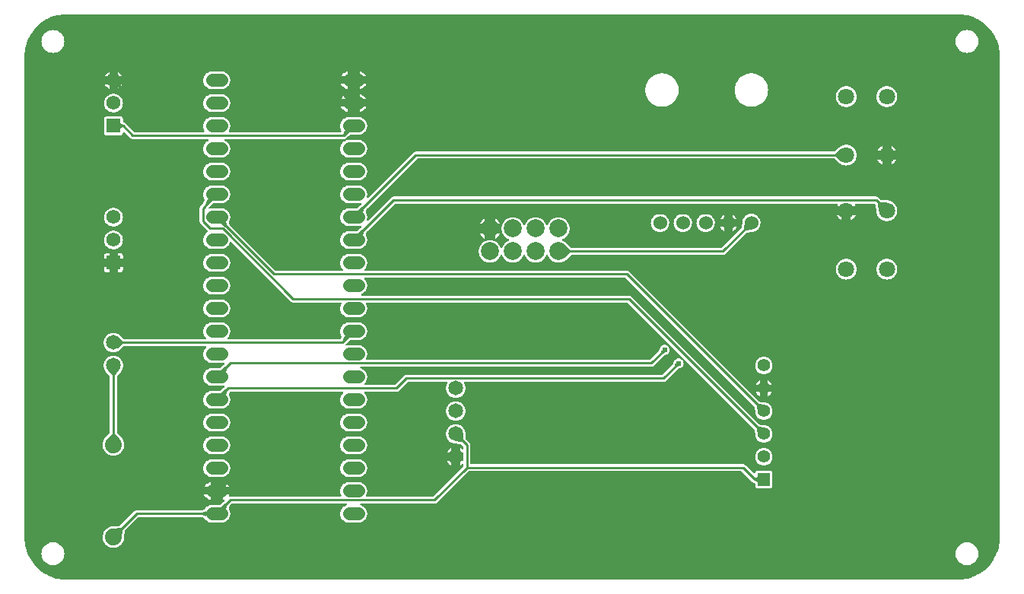
<source format=gtl>
G04 Layer: TopLayer*
G04 EasyEDA v6.5.9, 2022-08-04 21:53:36*
G04 243b00ffacdd401494d35e99a464f0bf,3bbe445d3a7142a2ab69e160ea9428b9,10*
G04 Gerber Generator version 0.2*
G04 Scale: 100 percent, Rotated: No, Reflected: No *
G04 Dimensions in millimeters *
G04 leading zeros omitted , absolute positions ,4 integer and 5 decimal *
%FSLAX45Y45*%
%MOMM*%

%ADD10C,0.2540*%
%ADD11C,2.0000*%
%ADD12R,1.5748X1.5748*%
%ADD13C,1.5748*%
%ADD14C,1.6510*%
%ADD15C,1.6500*%
%ADD16C,1.8796*%
%ADD17C,1.5240*%
%ADD18C,1.3995*%
%ADD19C,1.8000*%
%ADD20C,0.6096*%
%ADD21C,1.4500*%
%ADD22C,0.0150*%

%LPD*%
G36*
X500532Y-6324092D02*
G01*
X469900Y-6323126D01*
X440283Y-6320282D01*
X410870Y-6315608D01*
X381812Y-6309106D01*
X353212Y-6300774D01*
X325170Y-6290665D01*
X297840Y-6278778D01*
X271322Y-6265265D01*
X245719Y-6250076D01*
X221081Y-6233312D01*
X197561Y-6215075D01*
X175260Y-6195364D01*
X154178Y-6174282D01*
X134518Y-6151930D01*
X116281Y-6128359D01*
X99568Y-6103721D01*
X84429Y-6078118D01*
X70916Y-6051550D01*
X59080Y-6024219D01*
X49022Y-5996178D01*
X40741Y-5967577D01*
X34290Y-5938520D01*
X29616Y-5909106D01*
X26822Y-5879439D01*
X25908Y-5849416D01*
X25908Y-500532D01*
X26873Y-469900D01*
X29718Y-440283D01*
X34391Y-410870D01*
X40894Y-381812D01*
X49225Y-353212D01*
X59334Y-325170D01*
X71170Y-297840D01*
X84734Y-271322D01*
X99923Y-245719D01*
X116636Y-221081D01*
X134924Y-197561D01*
X154635Y-175260D01*
X175717Y-154178D01*
X198069Y-134518D01*
X221589Y-116281D01*
X246227Y-99568D01*
X271881Y-84429D01*
X298450Y-70916D01*
X325780Y-59080D01*
X353822Y-49022D01*
X382422Y-40741D01*
X411480Y-34290D01*
X440893Y-29616D01*
X470560Y-26822D01*
X500532Y-25908D01*
X10408716Y-25908D01*
X10439349Y-26873D01*
X10469016Y-29718D01*
X10498429Y-34391D01*
X10527487Y-40894D01*
X10556087Y-49225D01*
X10584078Y-59334D01*
X10611408Y-71170D01*
X10637926Y-84734D01*
X10663580Y-99923D01*
X10688167Y-116636D01*
X10711688Y-134924D01*
X10734040Y-154635D01*
X10755071Y-175717D01*
X10774781Y-198069D01*
X10793018Y-221589D01*
X10809732Y-246227D01*
X10824870Y-271881D01*
X10838383Y-298450D01*
X10850168Y-325780D01*
X10860227Y-353822D01*
X10868558Y-382422D01*
X10875010Y-411480D01*
X10879632Y-440893D01*
X10882426Y-470560D01*
X10883392Y-500532D01*
X10883392Y-5849467D01*
X10882376Y-5880049D01*
X10879582Y-5909716D01*
X10874908Y-5939129D01*
X10868355Y-5968187D01*
X10860024Y-5996787D01*
X10849914Y-6024778D01*
X10838078Y-6052108D01*
X10824565Y-6078677D01*
X10809376Y-6104280D01*
X10792612Y-6128918D01*
X10774375Y-6152438D01*
X10754664Y-6174740D01*
X10733582Y-6195771D01*
X10711230Y-6215481D01*
X10687659Y-6233718D01*
X10663021Y-6250432D01*
X10637367Y-6265570D01*
X10610850Y-6279083D01*
X10583519Y-6290868D01*
X10555478Y-6300978D01*
X10526877Y-6309258D01*
X10497820Y-6315710D01*
X10468356Y-6320383D01*
X10438739Y-6323126D01*
X10408716Y-6324092D01*
G37*

%LPC*%
G36*
X10515600Y-457708D02*
G01*
X10530992Y-456742D01*
X10546130Y-453999D01*
X10560812Y-449427D01*
X10574832Y-443077D01*
X10588040Y-435101D01*
X10600131Y-425602D01*
X10611002Y-414731D01*
X10620502Y-402640D01*
X10628477Y-389432D01*
X10634827Y-375412D01*
X10639399Y-360730D01*
X10642142Y-345592D01*
X10643108Y-330200D01*
X10642142Y-314807D01*
X10639399Y-299669D01*
X10634827Y-284988D01*
X10628477Y-270967D01*
X10620502Y-257759D01*
X10611002Y-245668D01*
X10600131Y-234797D01*
X10588040Y-225298D01*
X10574832Y-217322D01*
X10560812Y-210972D01*
X10546130Y-206400D01*
X10530992Y-203657D01*
X10515600Y-202692D01*
X10500207Y-203657D01*
X10485069Y-206400D01*
X10470388Y-210972D01*
X10456367Y-217322D01*
X10443159Y-225298D01*
X10431068Y-234797D01*
X10420197Y-245668D01*
X10410698Y-257759D01*
X10402722Y-270967D01*
X10396372Y-284988D01*
X10391800Y-299669D01*
X10389057Y-314807D01*
X10388092Y-330200D01*
X10389057Y-345592D01*
X10391800Y-360730D01*
X10396372Y-375412D01*
X10402722Y-389432D01*
X10410698Y-402640D01*
X10420197Y-414731D01*
X10431068Y-425602D01*
X10443159Y-435101D01*
X10456367Y-443077D01*
X10470388Y-449427D01*
X10485069Y-453999D01*
X10500207Y-456742D01*
G37*
G36*
X342900Y-6160008D02*
G01*
X358292Y-6159042D01*
X373430Y-6156299D01*
X388112Y-6151727D01*
X402132Y-6145377D01*
X415340Y-6137402D01*
X427431Y-6127902D01*
X438302Y-6117031D01*
X447801Y-6104940D01*
X455777Y-6091732D01*
X462127Y-6077712D01*
X466699Y-6063030D01*
X469442Y-6047892D01*
X470408Y-6032500D01*
X469442Y-6017107D01*
X466699Y-6001969D01*
X462127Y-5987288D01*
X455777Y-5973267D01*
X447801Y-5960059D01*
X438302Y-5947968D01*
X427431Y-5937097D01*
X415340Y-5927598D01*
X402132Y-5919622D01*
X388112Y-5913272D01*
X373430Y-5908700D01*
X358292Y-5905957D01*
X342900Y-5904992D01*
X327507Y-5905957D01*
X312369Y-5908700D01*
X297688Y-5913272D01*
X283667Y-5919622D01*
X270459Y-5927598D01*
X258368Y-5937097D01*
X247497Y-5947968D01*
X237998Y-5960059D01*
X230022Y-5973267D01*
X223672Y-5987288D01*
X219100Y-6001969D01*
X216357Y-6017107D01*
X215392Y-6032500D01*
X216357Y-6047892D01*
X219100Y-6063030D01*
X223672Y-6077712D01*
X230022Y-6091732D01*
X237998Y-6104940D01*
X247497Y-6117031D01*
X258368Y-6127902D01*
X270459Y-6137402D01*
X283667Y-6145377D01*
X297688Y-6151727D01*
X312369Y-6156299D01*
X327507Y-6159042D01*
G37*
G36*
X1008634Y-5967984D02*
G01*
X1023366Y-5967984D01*
X1038047Y-5966206D01*
X1052322Y-5962599D01*
X1066088Y-5957265D01*
X1079093Y-5950254D01*
X1091133Y-5941720D01*
X1102055Y-5931814D01*
X1111656Y-5920587D01*
X1119835Y-5908294D01*
X1126388Y-5895086D01*
X1131316Y-5881166D01*
X1134465Y-5866739D01*
X1135684Y-5855360D01*
X1140409Y-5782106D01*
X1141323Y-5778550D01*
X1143406Y-5775553D01*
X1289354Y-5629605D01*
X1292656Y-5627370D01*
X1296568Y-5626608D01*
X2001723Y-5626608D01*
X2006244Y-5627674D01*
X2027326Y-5638241D01*
X2029663Y-5639816D01*
X2033117Y-5644743D01*
X2041601Y-5655157D01*
X2051405Y-5664301D01*
X2062378Y-5672074D01*
X2074316Y-5678220D01*
X2086965Y-5682742D01*
X2100122Y-5685485D01*
X2113838Y-5686399D01*
X2218131Y-5686399D01*
X2231898Y-5685485D01*
X2245055Y-5682742D01*
X2257704Y-5678220D01*
X2269642Y-5672074D01*
X2280564Y-5664301D01*
X2290419Y-5655157D01*
X2298852Y-5644743D01*
X2305862Y-5633262D01*
X2311196Y-5620969D01*
X2314803Y-5608015D01*
X2316632Y-5594705D01*
X2316632Y-5581294D01*
X2314803Y-5567984D01*
X2311196Y-5555030D01*
X2305862Y-5542737D01*
X2300986Y-5534761D01*
X2299766Y-5531662D01*
X2299614Y-5528310D01*
X2300528Y-5525109D01*
X2315260Y-5494172D01*
X2317292Y-5491327D01*
X2332431Y-5476189D01*
X2335733Y-5473954D01*
X2339644Y-5473192D01*
X3608730Y-5473192D01*
X3612692Y-5474004D01*
X3615994Y-5476290D01*
X3618179Y-5479694D01*
X3618890Y-5483656D01*
X3617925Y-5487619D01*
X3615537Y-5490870D01*
X3612083Y-5492953D01*
X3598265Y-5497779D01*
X3586378Y-5503926D01*
X3575405Y-5511698D01*
X3565601Y-5520842D01*
X3557117Y-5531256D01*
X3550158Y-5542737D01*
X3544773Y-5555030D01*
X3541166Y-5567984D01*
X3539337Y-5581294D01*
X3539337Y-5594705D01*
X3541166Y-5608015D01*
X3544773Y-5620969D01*
X3550158Y-5633262D01*
X3557117Y-5644743D01*
X3565601Y-5655157D01*
X3575405Y-5664301D01*
X3586378Y-5672074D01*
X3598316Y-5678220D01*
X3610965Y-5682742D01*
X3624122Y-5685485D01*
X3637838Y-5686399D01*
X3742131Y-5686399D01*
X3755898Y-5685485D01*
X3769055Y-5682742D01*
X3781704Y-5678220D01*
X3793642Y-5672074D01*
X3804564Y-5664301D01*
X3814419Y-5655157D01*
X3822852Y-5644743D01*
X3829862Y-5633262D01*
X3835196Y-5620969D01*
X3838803Y-5608015D01*
X3840632Y-5594705D01*
X3840632Y-5581294D01*
X3838803Y-5567984D01*
X3835196Y-5555030D01*
X3829862Y-5542737D01*
X3822852Y-5531256D01*
X3814419Y-5520842D01*
X3804564Y-5511698D01*
X3793642Y-5503926D01*
X3781704Y-5497779D01*
X3767937Y-5492953D01*
X3764432Y-5490870D01*
X3762044Y-5487619D01*
X3761130Y-5483656D01*
X3761790Y-5479694D01*
X3763975Y-5476290D01*
X3767328Y-5474004D01*
X3771290Y-5473192D01*
X4589272Y-5473192D01*
X4597298Y-5472379D01*
X4604512Y-5470194D01*
X4611166Y-5466638D01*
X4617415Y-5461508D01*
X4962448Y-5116525D01*
X4965750Y-5114290D01*
X4969611Y-5113528D01*
X8004759Y-5113528D01*
X8008670Y-5114290D01*
X8011972Y-5116525D01*
X8129422Y-5233924D01*
X8135620Y-5239054D01*
X8142325Y-5242610D01*
X8145170Y-5243474D01*
X8147913Y-5244795D01*
X8154670Y-5249367D01*
X8157057Y-5251653D01*
X8158581Y-5254548D01*
X8159140Y-5257800D01*
X8159140Y-5276392D01*
X8159851Y-5282742D01*
X8161731Y-5288178D01*
X8164830Y-5293106D01*
X8168894Y-5297170D01*
X8173821Y-5300268D01*
X8179257Y-5302148D01*
X8185607Y-5302910D01*
X8324392Y-5302910D01*
X8330742Y-5302148D01*
X8336178Y-5300268D01*
X8341106Y-5297170D01*
X8345170Y-5293106D01*
X8348268Y-5288178D01*
X8350148Y-5282742D01*
X8350910Y-5276392D01*
X8350910Y-5137607D01*
X8350148Y-5131257D01*
X8348268Y-5125821D01*
X8345170Y-5120894D01*
X8341106Y-5116830D01*
X8336178Y-5113731D01*
X8330742Y-5111851D01*
X8324392Y-5111140D01*
X8185607Y-5111140D01*
X8179257Y-5111851D01*
X8173821Y-5113731D01*
X8168894Y-5116830D01*
X8164830Y-5120894D01*
X8161731Y-5125821D01*
X8158632Y-5135372D01*
X8156295Y-5138369D01*
X8153044Y-5140248D01*
X8149285Y-5140807D01*
X8145627Y-5139944D01*
X8142478Y-5137810D01*
X8052612Y-5047996D01*
X8046415Y-5042865D01*
X8039709Y-5039309D01*
X8032496Y-5037124D01*
X8024469Y-5036312D01*
X4998212Y-5036312D01*
X4994300Y-5035550D01*
X4990998Y-5033314D01*
X4988814Y-5030063D01*
X4988052Y-5026152D01*
X4988052Y-4823053D01*
X4987239Y-4815027D01*
X4985054Y-4807813D01*
X4981498Y-4801108D01*
X4976368Y-4794910D01*
X4941976Y-4760518D01*
X4939944Y-4757572D01*
X4939030Y-4754118D01*
X4934102Y-4692345D01*
X4933594Y-4689398D01*
X4933289Y-4684877D01*
X4930546Y-4670958D01*
X4925974Y-4657547D01*
X4919726Y-4644847D01*
X4911852Y-4633010D01*
X4902504Y-4622393D01*
X4891836Y-4613046D01*
X4880051Y-4605172D01*
X4867300Y-4598873D01*
X4853889Y-4594301D01*
X4839970Y-4591558D01*
X4825847Y-4590643D01*
X4811674Y-4591558D01*
X4797806Y-4594301D01*
X4784344Y-4598873D01*
X4771644Y-4605172D01*
X4759858Y-4613046D01*
X4749190Y-4622393D01*
X4739843Y-4633010D01*
X4731969Y-4644847D01*
X4725720Y-4657547D01*
X4721148Y-4670958D01*
X4718405Y-4684877D01*
X4717440Y-4699000D01*
X4718405Y-4713173D01*
X4721148Y-4727092D01*
X4725720Y-4740503D01*
X4731969Y-4753203D01*
X4739843Y-4764989D01*
X4749190Y-4775657D01*
X4759858Y-4785004D01*
X4771644Y-4792878D01*
X4784344Y-4799126D01*
X4797806Y-4803698D01*
X4811674Y-4806492D01*
X4881016Y-4812182D01*
X4884470Y-4813046D01*
X4887366Y-4815128D01*
X4907838Y-4835550D01*
X4910023Y-4838852D01*
X4910836Y-4842764D01*
X4910836Y-4861052D01*
X4910074Y-4864811D01*
X4907991Y-4868062D01*
X4904841Y-4870297D01*
X4901082Y-4871161D01*
X4897272Y-4870602D01*
X4893970Y-4868672D01*
X4892090Y-4867046D01*
X4880305Y-4859172D01*
X4873701Y-4855921D01*
X4873701Y-4905400D01*
X4900676Y-4905400D01*
X4904536Y-4906213D01*
X4907838Y-4908397D01*
X4910023Y-4911699D01*
X4910836Y-4915560D01*
X4910836Y-4990439D01*
X4910023Y-4994351D01*
X4907838Y-4997653D01*
X4904536Y-4999837D01*
X4900676Y-5000599D01*
X4873701Y-5000599D01*
X4873701Y-5050129D01*
X4880305Y-5046878D01*
X4892090Y-5039004D01*
X4893970Y-5037378D01*
X4897272Y-5035397D01*
X4901082Y-5034838D01*
X4904841Y-5035753D01*
X4907991Y-5037988D01*
X4910074Y-5041239D01*
X4910836Y-5044998D01*
X4910836Y-5054701D01*
X4910023Y-5058613D01*
X4907838Y-5061915D01*
X4576724Y-5392978D01*
X4573422Y-5395214D01*
X4569561Y-5395976D01*
X3837736Y-5395976D01*
X3833571Y-5395061D01*
X3830167Y-5392521D01*
X3828034Y-5388813D01*
X3827678Y-5384546D01*
X3829100Y-5380532D01*
X3829862Y-5379262D01*
X3835196Y-5366969D01*
X3838803Y-5354015D01*
X3840632Y-5340705D01*
X3840632Y-5327294D01*
X3838803Y-5313984D01*
X3835196Y-5301030D01*
X3829862Y-5288737D01*
X3822852Y-5277256D01*
X3814419Y-5266842D01*
X3804564Y-5257698D01*
X3793642Y-5249926D01*
X3781704Y-5243779D01*
X3769055Y-5239258D01*
X3755898Y-5236514D01*
X3742131Y-5235600D01*
X3637838Y-5235600D01*
X3624122Y-5236514D01*
X3610965Y-5239258D01*
X3598316Y-5243779D01*
X3586378Y-5249926D01*
X3575405Y-5257698D01*
X3565601Y-5266842D01*
X3557117Y-5277256D01*
X3550158Y-5288737D01*
X3544773Y-5301030D01*
X3541166Y-5313984D01*
X3539337Y-5327294D01*
X3539337Y-5340705D01*
X3541166Y-5354015D01*
X3544773Y-5366969D01*
X3550158Y-5379262D01*
X3550920Y-5380532D01*
X3552342Y-5384546D01*
X3551936Y-5388813D01*
X3549853Y-5392521D01*
X3546398Y-5395061D01*
X3542233Y-5395976D01*
X2319934Y-5395976D01*
X2314397Y-5396534D01*
X2309977Y-5395976D01*
X2306218Y-5393588D01*
X2303830Y-5389778D01*
X2303272Y-5385358D01*
X2304694Y-5381142D01*
X2307031Y-5376621D01*
X2234844Y-5376621D01*
X2234844Y-5430875D01*
X2244090Y-5428945D01*
X2248408Y-5428945D01*
X2252319Y-5430774D01*
X2255113Y-5434076D01*
X2256282Y-5438190D01*
X2255672Y-5442458D01*
X2253335Y-5446064D01*
X2241092Y-5458155D01*
X2200960Y-5487619D01*
X2198116Y-5489092D01*
X2194915Y-5489600D01*
X2113838Y-5489600D01*
X2100122Y-5490514D01*
X2086965Y-5493258D01*
X2074316Y-5497779D01*
X2062378Y-5503926D01*
X2051405Y-5511698D01*
X2041601Y-5520842D01*
X2033117Y-5531256D01*
X2029663Y-5536184D01*
X2027326Y-5537758D01*
X2006244Y-5548325D01*
X2001723Y-5549392D01*
X1276858Y-5549392D01*
X1268831Y-5550204D01*
X1261618Y-5552389D01*
X1254912Y-5555945D01*
X1248714Y-5561076D01*
X1088796Y-5720943D01*
X1085799Y-5723026D01*
X1082243Y-5723940D01*
X1008583Y-5728665D01*
X1001420Y-5729376D01*
X986790Y-5732119D01*
X972718Y-5736590D01*
X959307Y-5742736D01*
X946759Y-5750509D01*
X935228Y-5759754D01*
X924966Y-5770372D01*
X916076Y-5782157D01*
X908710Y-5794908D01*
X902969Y-5808522D01*
X898906Y-5822696D01*
X896670Y-5837275D01*
X896213Y-5852058D01*
X897534Y-5866739D01*
X900734Y-5881166D01*
X905611Y-5895086D01*
X912215Y-5908294D01*
X920343Y-5920587D01*
X929944Y-5931814D01*
X940866Y-5941720D01*
X952906Y-5950254D01*
X965911Y-5957265D01*
X979678Y-5962599D01*
X994003Y-5966206D01*
G37*
G36*
X342900Y-457708D02*
G01*
X358292Y-456742D01*
X373430Y-453999D01*
X388112Y-449427D01*
X402132Y-443077D01*
X415340Y-435101D01*
X427431Y-425602D01*
X438302Y-414731D01*
X447801Y-402640D01*
X455777Y-389432D01*
X462127Y-375412D01*
X466699Y-360730D01*
X469442Y-345592D01*
X470408Y-330200D01*
X469442Y-314807D01*
X466699Y-299669D01*
X462127Y-284988D01*
X455777Y-270967D01*
X447801Y-257759D01*
X438302Y-245668D01*
X427431Y-234797D01*
X415340Y-225298D01*
X402132Y-217322D01*
X388112Y-210972D01*
X373430Y-206400D01*
X358292Y-203657D01*
X342900Y-202692D01*
X327507Y-203657D01*
X312369Y-206400D01*
X297688Y-210972D01*
X283667Y-217322D01*
X270459Y-225298D01*
X258368Y-234797D01*
X247497Y-245668D01*
X237998Y-257759D01*
X230022Y-270967D01*
X223672Y-284988D01*
X219100Y-299669D01*
X216357Y-314807D01*
X215392Y-330200D01*
X216357Y-345592D01*
X219100Y-360730D01*
X223672Y-375412D01*
X230022Y-389432D01*
X237998Y-402640D01*
X247497Y-414731D01*
X258368Y-425602D01*
X270459Y-435101D01*
X283667Y-443077D01*
X297688Y-449427D01*
X312369Y-453999D01*
X327507Y-456742D01*
G37*
G36*
X1062990Y-716280D02*
G01*
X1111148Y-716280D01*
X1107897Y-709676D01*
X1100277Y-698296D01*
X1091234Y-688035D01*
X1080973Y-678992D01*
X1069594Y-671372D01*
X1062990Y-668121D01*
G37*
G36*
X2097125Y-5430875D02*
G01*
X2097125Y-5376621D01*
X2024989Y-5376621D01*
X2026157Y-5379262D01*
X2033117Y-5390743D01*
X2041601Y-5401157D01*
X2051405Y-5410301D01*
X2062378Y-5418074D01*
X2074316Y-5424220D01*
X2086965Y-5428742D01*
G37*
G36*
X923442Y-716280D02*
G01*
X971550Y-716280D01*
X971550Y-668121D01*
X964946Y-671372D01*
X953566Y-678992D01*
X943305Y-688035D01*
X934262Y-698296D01*
X926693Y-709676D01*
G37*
G36*
X3758844Y-719378D02*
G01*
X3831031Y-719378D01*
X3829862Y-716737D01*
X3822852Y-705256D01*
X3814419Y-694842D01*
X3804564Y-685698D01*
X3793642Y-677926D01*
X3781704Y-671779D01*
X3769055Y-667258D01*
X3758844Y-665124D01*
G37*
G36*
X3548989Y-719378D02*
G01*
X3621125Y-719378D01*
X3621125Y-665124D01*
X3610965Y-667258D01*
X3598316Y-671779D01*
X3586378Y-677926D01*
X3575405Y-685698D01*
X3565601Y-694842D01*
X3557117Y-705256D01*
X3550158Y-716737D01*
G37*
G36*
X1062990Y-855878D02*
G01*
X1069594Y-852627D01*
X1080973Y-845007D01*
X1091234Y-835964D01*
X1100277Y-825703D01*
X1107897Y-814324D01*
X1111148Y-807720D01*
X1062990Y-807720D01*
G37*
G36*
X2024989Y-5291378D02*
G01*
X2097125Y-5291378D01*
X2097125Y-5237124D01*
X2086965Y-5239258D01*
X2074316Y-5243779D01*
X2062378Y-5249926D01*
X2051405Y-5257698D01*
X2041601Y-5266842D01*
X2033117Y-5277256D01*
X2026157Y-5288737D01*
G37*
G36*
X2234844Y-5291378D02*
G01*
X2307031Y-5291378D01*
X2305862Y-5288737D01*
X2298852Y-5277256D01*
X2290419Y-5266842D01*
X2280564Y-5257698D01*
X2269642Y-5249926D01*
X2257704Y-5243779D01*
X2245055Y-5239258D01*
X2234844Y-5237124D01*
G37*
G36*
X2113838Y-5178399D02*
G01*
X2218131Y-5178399D01*
X2231898Y-5177485D01*
X2245055Y-5174742D01*
X2257704Y-5170220D01*
X2269642Y-5164074D01*
X2280564Y-5156301D01*
X2290419Y-5147157D01*
X2298852Y-5136743D01*
X2305862Y-5125262D01*
X2311196Y-5112969D01*
X2314803Y-5100015D01*
X2316632Y-5086705D01*
X2316632Y-5073294D01*
X2314803Y-5059984D01*
X2311196Y-5047030D01*
X2305862Y-5034737D01*
X2298852Y-5023256D01*
X2290419Y-5012842D01*
X2280564Y-5003698D01*
X2269642Y-4995926D01*
X2257704Y-4989779D01*
X2245055Y-4985258D01*
X2231898Y-4982514D01*
X2218131Y-4981600D01*
X2113838Y-4981600D01*
X2100122Y-4982514D01*
X2086965Y-4985258D01*
X2074316Y-4989779D01*
X2062378Y-4995926D01*
X2051405Y-5003698D01*
X2041601Y-5012842D01*
X2033117Y-5023256D01*
X2026157Y-5034737D01*
X2020773Y-5047030D01*
X2017166Y-5059984D01*
X2015337Y-5073294D01*
X2015337Y-5086705D01*
X2017166Y-5100015D01*
X2020773Y-5112969D01*
X2026157Y-5125262D01*
X2033117Y-5136743D01*
X2041601Y-5147157D01*
X2051405Y-5156301D01*
X2062378Y-5164074D01*
X2074316Y-5170220D01*
X2086965Y-5174742D01*
X2100122Y-5177485D01*
G37*
G36*
X3637838Y-5178399D02*
G01*
X3742131Y-5178399D01*
X3755898Y-5177485D01*
X3769055Y-5174742D01*
X3781704Y-5170220D01*
X3793642Y-5164074D01*
X3804564Y-5156301D01*
X3814419Y-5147157D01*
X3822852Y-5136743D01*
X3829862Y-5125262D01*
X3835196Y-5112969D01*
X3838803Y-5100015D01*
X3840632Y-5086705D01*
X3840632Y-5073294D01*
X3838803Y-5059984D01*
X3835196Y-5047030D01*
X3829862Y-5034737D01*
X3822852Y-5023256D01*
X3814419Y-5012842D01*
X3804564Y-5003698D01*
X3793642Y-4995926D01*
X3781704Y-4989779D01*
X3769055Y-4985258D01*
X3755898Y-4982514D01*
X3742131Y-4981600D01*
X3637838Y-4981600D01*
X3624122Y-4982514D01*
X3610965Y-4985258D01*
X3598316Y-4989779D01*
X3586378Y-4995926D01*
X3575405Y-5003698D01*
X3565601Y-5012842D01*
X3557117Y-5023256D01*
X3550158Y-5034737D01*
X3544773Y-5047030D01*
X3541166Y-5059984D01*
X3539337Y-5073294D01*
X3539337Y-5086705D01*
X3541166Y-5100015D01*
X3544773Y-5112969D01*
X3550158Y-5125262D01*
X3557117Y-5136743D01*
X3565601Y-5147157D01*
X3575405Y-5156301D01*
X3586378Y-5164074D01*
X3598316Y-5170220D01*
X3610965Y-5174742D01*
X3624122Y-5177485D01*
G37*
G36*
X971550Y-855878D02*
G01*
X971550Y-807720D01*
X923442Y-807720D01*
X926693Y-814324D01*
X934262Y-825703D01*
X943305Y-835964D01*
X953566Y-845007D01*
X964946Y-852627D01*
G37*
G36*
X4778502Y-5050129D02*
G01*
X4778502Y-5000599D01*
X4728972Y-5000599D01*
X4732223Y-5007203D01*
X4740097Y-5018989D01*
X4749444Y-5029657D01*
X4760112Y-5039004D01*
X4771898Y-5046878D01*
G37*
G36*
X3621125Y-858875D02*
G01*
X3621125Y-804621D01*
X3548989Y-804621D01*
X3550158Y-807262D01*
X3557117Y-818743D01*
X3565601Y-829157D01*
X3575405Y-838301D01*
X3586378Y-846074D01*
X3598316Y-852220D01*
X3610965Y-856742D01*
G37*
G36*
X8248446Y-5048656D02*
G01*
X8261553Y-5048656D01*
X8274507Y-5046878D01*
X8287105Y-5043322D01*
X8299094Y-5038090D01*
X8310270Y-5031333D01*
X8320430Y-5023053D01*
X8329371Y-5013502D01*
X8336889Y-5002784D01*
X8342934Y-4991201D01*
X8347303Y-4978857D01*
X8349945Y-4966055D01*
X8350859Y-4953000D01*
X8349945Y-4939944D01*
X8347303Y-4927142D01*
X8342934Y-4914798D01*
X8336889Y-4903216D01*
X8329371Y-4892497D01*
X8320430Y-4882946D01*
X8310270Y-4874666D01*
X8299094Y-4867910D01*
X8287105Y-4862677D01*
X8274507Y-4859121D01*
X8261553Y-4857343D01*
X8248446Y-4857343D01*
X8235492Y-4859121D01*
X8222894Y-4862677D01*
X8210905Y-4867910D01*
X8199729Y-4874666D01*
X8189569Y-4882946D01*
X8180628Y-4892497D01*
X8173110Y-4903216D01*
X8167065Y-4914798D01*
X8162696Y-4927142D01*
X8160054Y-4939944D01*
X8159140Y-4953000D01*
X8160054Y-4966055D01*
X8162696Y-4978857D01*
X8167065Y-4991201D01*
X8173110Y-5002784D01*
X8180628Y-5013502D01*
X8189569Y-5023053D01*
X8199729Y-5031333D01*
X8210905Y-5038090D01*
X8222894Y-5043322D01*
X8235492Y-5046878D01*
G37*
G36*
X1008634Y-4939284D02*
G01*
X1023366Y-4939284D01*
X1038047Y-4937455D01*
X1052322Y-4933848D01*
X1066088Y-4928514D01*
X1079093Y-4921554D01*
X1091133Y-4913020D01*
X1102055Y-4903063D01*
X1111656Y-4891887D01*
X1119835Y-4879594D01*
X1126388Y-4866386D01*
X1131316Y-4852466D01*
X1134465Y-4838039D01*
X1135837Y-4823358D01*
X1135380Y-4808575D01*
X1133094Y-4793996D01*
X1129080Y-4779822D01*
X1123289Y-4766208D01*
X1115923Y-4753406D01*
X1106881Y-4741468D01*
X1057148Y-4684826D01*
X1055268Y-4681677D01*
X1054608Y-4678121D01*
X1054608Y-4062679D01*
X1055217Y-4059174D01*
X1057046Y-4056075D01*
X1097280Y-4008831D01*
X1102004Y-4002989D01*
X1109929Y-3991203D01*
X1116177Y-3978503D01*
X1120749Y-3965041D01*
X1123492Y-3951173D01*
X1124458Y-3937000D01*
X1123492Y-3922826D01*
X1120749Y-3908958D01*
X1116177Y-3895496D01*
X1109929Y-3882796D01*
X1102004Y-3871010D01*
X1092657Y-3860342D01*
X1081989Y-3850995D01*
X1070203Y-3843070D01*
X1057503Y-3836822D01*
X1044041Y-3832250D01*
X1030173Y-3829507D01*
X1016000Y-3828542D01*
X1001826Y-3829507D01*
X987958Y-3832250D01*
X974496Y-3836822D01*
X961796Y-3843070D01*
X950010Y-3850995D01*
X939342Y-3860342D01*
X929995Y-3871010D01*
X922070Y-3882796D01*
X915822Y-3895496D01*
X911250Y-3908958D01*
X908507Y-3922826D01*
X907542Y-3937000D01*
X908507Y-3951173D01*
X911250Y-3965041D01*
X915822Y-3978503D01*
X922070Y-3991203D01*
X929995Y-4002989D01*
X934770Y-4008882D01*
X974953Y-4056075D01*
X976782Y-4059174D01*
X977392Y-4062679D01*
X977392Y-4678121D01*
X976731Y-4681677D01*
X974852Y-4684826D01*
X925169Y-4741418D01*
X916076Y-4753406D01*
X908710Y-4766208D01*
X902969Y-4779822D01*
X898906Y-4793996D01*
X896670Y-4808575D01*
X896213Y-4823358D01*
X897534Y-4838039D01*
X900734Y-4852466D01*
X905611Y-4866386D01*
X912215Y-4879594D01*
X920343Y-4891887D01*
X929944Y-4903063D01*
X940866Y-4913020D01*
X952906Y-4921554D01*
X965911Y-4928514D01*
X979678Y-4933848D01*
X994003Y-4937455D01*
G37*
G36*
X3637838Y-4924399D02*
G01*
X3742131Y-4924399D01*
X3755898Y-4923485D01*
X3769055Y-4920742D01*
X3781704Y-4916220D01*
X3793642Y-4910074D01*
X3804564Y-4902301D01*
X3814419Y-4893157D01*
X3822852Y-4882743D01*
X3829862Y-4871262D01*
X3835196Y-4858969D01*
X3838803Y-4846015D01*
X3840632Y-4832705D01*
X3840632Y-4819294D01*
X3838803Y-4805984D01*
X3835196Y-4793030D01*
X3829862Y-4780737D01*
X3822852Y-4769256D01*
X3814419Y-4758842D01*
X3804564Y-4749698D01*
X3793642Y-4741926D01*
X3781704Y-4735779D01*
X3769055Y-4731258D01*
X3755898Y-4728514D01*
X3742131Y-4727600D01*
X3637838Y-4727600D01*
X3624122Y-4728514D01*
X3610965Y-4731258D01*
X3598316Y-4735779D01*
X3586378Y-4741926D01*
X3575405Y-4749698D01*
X3565601Y-4758842D01*
X3557117Y-4769256D01*
X3550158Y-4780737D01*
X3544773Y-4793030D01*
X3541166Y-4805984D01*
X3539337Y-4819294D01*
X3539337Y-4832705D01*
X3541166Y-4846015D01*
X3544773Y-4858969D01*
X3550158Y-4871262D01*
X3557117Y-4882743D01*
X3565601Y-4893157D01*
X3575405Y-4902301D01*
X3586378Y-4910074D01*
X3598316Y-4916220D01*
X3610965Y-4920742D01*
X3624122Y-4923485D01*
G37*
G36*
X2113838Y-4924399D02*
G01*
X2218131Y-4924399D01*
X2231898Y-4923485D01*
X2245055Y-4920742D01*
X2257704Y-4916220D01*
X2269642Y-4910074D01*
X2280564Y-4902301D01*
X2290419Y-4893157D01*
X2298852Y-4882743D01*
X2305862Y-4871262D01*
X2311196Y-4858969D01*
X2314803Y-4846015D01*
X2316632Y-4832705D01*
X2316632Y-4819294D01*
X2314803Y-4805984D01*
X2311196Y-4793030D01*
X2305862Y-4780737D01*
X2298852Y-4769256D01*
X2290419Y-4758842D01*
X2280564Y-4749698D01*
X2269642Y-4741926D01*
X2257704Y-4735779D01*
X2245055Y-4731258D01*
X2231898Y-4728514D01*
X2218131Y-4727600D01*
X2113838Y-4727600D01*
X2100122Y-4728514D01*
X2086965Y-4731258D01*
X2074316Y-4735779D01*
X2062378Y-4741926D01*
X2051405Y-4749698D01*
X2041601Y-4758842D01*
X2033117Y-4769256D01*
X2026157Y-4780737D01*
X2020773Y-4793030D01*
X2017166Y-4805984D01*
X2015337Y-4819294D01*
X2015337Y-4832705D01*
X2017166Y-4846015D01*
X2020773Y-4858969D01*
X2026157Y-4871262D01*
X2033117Y-4882743D01*
X2041601Y-4893157D01*
X2051405Y-4902301D01*
X2062378Y-4910074D01*
X2074316Y-4916220D01*
X2086965Y-4920742D01*
X2100122Y-4923485D01*
G37*
G36*
X4728972Y-4905400D02*
G01*
X4778502Y-4905400D01*
X4778502Y-4855921D01*
X4771898Y-4859172D01*
X4760112Y-4867046D01*
X4749444Y-4876393D01*
X4740097Y-4887010D01*
X4732223Y-4898847D01*
G37*
G36*
X3758844Y-858875D02*
G01*
X3769055Y-856742D01*
X3781704Y-852220D01*
X3793642Y-846074D01*
X3804564Y-838301D01*
X3814419Y-829157D01*
X3822852Y-818743D01*
X3829862Y-807262D01*
X3831031Y-804621D01*
X3758844Y-804621D01*
G37*
G36*
X8248446Y-4794656D02*
G01*
X8261553Y-4794656D01*
X8274507Y-4792878D01*
X8287105Y-4789322D01*
X8299094Y-4784090D01*
X8310270Y-4777333D01*
X8320430Y-4769053D01*
X8329371Y-4759502D01*
X8336889Y-4748784D01*
X8342934Y-4737201D01*
X8347303Y-4724857D01*
X8349945Y-4712055D01*
X8350859Y-4699000D01*
X8349945Y-4685944D01*
X8347303Y-4673142D01*
X8342934Y-4660798D01*
X8336889Y-4649216D01*
X8329371Y-4638497D01*
X8320430Y-4628946D01*
X8310270Y-4620666D01*
X8299094Y-4613910D01*
X8287105Y-4608677D01*
X8274507Y-4605121D01*
X8262162Y-4603394D01*
X8212023Y-4598212D01*
X8208721Y-4597247D01*
X8205876Y-4595266D01*
X6780936Y-3170326D01*
X6774688Y-3165195D01*
X6768033Y-3161639D01*
X6760819Y-3159455D01*
X6752793Y-3158693D01*
X3783126Y-3158693D01*
X3779164Y-3157880D01*
X3775862Y-3155594D01*
X3773678Y-3152190D01*
X3772966Y-3148228D01*
X3773881Y-3144266D01*
X3776268Y-3141014D01*
X3779723Y-3138932D01*
X3781704Y-3138220D01*
X3793642Y-3132074D01*
X3804564Y-3124301D01*
X3814419Y-3115157D01*
X3822852Y-3104743D01*
X3829862Y-3093262D01*
X3835196Y-3080969D01*
X3838803Y-3068015D01*
X3840632Y-3054705D01*
X3840632Y-3041294D01*
X3838803Y-3027984D01*
X3835196Y-3015030D01*
X3829862Y-3002737D01*
X3822852Y-2991256D01*
X3814419Y-2980842D01*
X3810508Y-2977184D01*
X3808171Y-2973933D01*
X3807256Y-2970022D01*
X3807968Y-2966059D01*
X3810152Y-2962656D01*
X3813505Y-2960420D01*
X3817416Y-2959608D01*
X6710781Y-2959608D01*
X6714693Y-2960370D01*
X6717995Y-2962605D01*
X8151266Y-4395876D01*
X8153247Y-4398721D01*
X8154212Y-4402023D01*
X8160003Y-4457852D01*
X8162696Y-4470857D01*
X8167065Y-4483201D01*
X8173110Y-4494784D01*
X8180628Y-4505502D01*
X8189569Y-4515053D01*
X8199729Y-4523333D01*
X8210905Y-4530090D01*
X8222894Y-4535322D01*
X8235492Y-4538878D01*
X8248446Y-4540656D01*
X8261553Y-4540656D01*
X8274507Y-4538878D01*
X8287105Y-4535322D01*
X8299094Y-4530090D01*
X8310270Y-4523333D01*
X8320430Y-4515053D01*
X8329371Y-4505502D01*
X8336889Y-4494784D01*
X8342934Y-4483201D01*
X8347303Y-4470857D01*
X8349945Y-4458055D01*
X8350859Y-4445000D01*
X8349945Y-4431944D01*
X8347303Y-4419142D01*
X8342934Y-4406798D01*
X8336889Y-4395216D01*
X8329371Y-4384497D01*
X8320430Y-4374946D01*
X8310270Y-4366666D01*
X8299094Y-4359910D01*
X8287105Y-4354677D01*
X8274507Y-4351121D01*
X8262162Y-4349394D01*
X8212023Y-4344212D01*
X8208721Y-4343247D01*
X8205876Y-4341266D01*
X6758635Y-2894076D01*
X6752437Y-2888945D01*
X6745731Y-2885389D01*
X6738518Y-2883204D01*
X6730492Y-2882392D01*
X3817416Y-2882392D01*
X3813505Y-2881579D01*
X3810152Y-2879344D01*
X3807968Y-2875940D01*
X3807256Y-2871978D01*
X3808171Y-2868066D01*
X3810508Y-2864815D01*
X3814419Y-2861157D01*
X3822852Y-2850743D01*
X3829862Y-2839262D01*
X3835196Y-2826969D01*
X3838803Y-2814015D01*
X3840632Y-2800705D01*
X3840632Y-2787294D01*
X3838803Y-2773984D01*
X3835196Y-2761030D01*
X3829862Y-2748737D01*
X3822852Y-2737256D01*
X3814419Y-2726842D01*
X3804564Y-2717698D01*
X3793642Y-2709926D01*
X3781704Y-2703779D01*
X3769055Y-2699258D01*
X3755898Y-2696514D01*
X3742131Y-2695600D01*
X3637838Y-2695600D01*
X3624122Y-2696514D01*
X3610965Y-2699258D01*
X3598316Y-2703779D01*
X3586378Y-2709926D01*
X3575405Y-2717698D01*
X3565601Y-2726842D01*
X3557117Y-2737256D01*
X3550158Y-2748737D01*
X3544773Y-2761030D01*
X3541166Y-2773984D01*
X3539337Y-2787294D01*
X3539337Y-2800705D01*
X3541166Y-2814015D01*
X3544773Y-2826969D01*
X3550158Y-2839262D01*
X3557117Y-2850743D01*
X3565601Y-2861157D01*
X3569512Y-2864815D01*
X3571849Y-2868066D01*
X3572713Y-2871978D01*
X3572001Y-2875940D01*
X3569817Y-2879344D01*
X3566515Y-2881579D01*
X3562553Y-2882392D01*
X2821228Y-2882392D01*
X2817317Y-2881630D01*
X2814015Y-2879394D01*
X2317292Y-2382672D01*
X2315260Y-2379827D01*
X2300528Y-2348890D01*
X2299614Y-2345690D01*
X2299766Y-2342337D01*
X2300986Y-2339238D01*
X2305862Y-2331262D01*
X2311196Y-2318969D01*
X2314803Y-2306015D01*
X2316632Y-2292705D01*
X2316632Y-2279294D01*
X2314803Y-2265984D01*
X2311196Y-2253030D01*
X2305862Y-2240737D01*
X2298852Y-2229256D01*
X2290419Y-2218842D01*
X2280564Y-2209698D01*
X2269642Y-2201926D01*
X2257704Y-2195779D01*
X2245055Y-2191258D01*
X2231898Y-2188514D01*
X2218131Y-2187600D01*
X2113838Y-2187600D01*
X2100122Y-2188514D01*
X2087930Y-2191054D01*
X2083612Y-2191004D01*
X2079701Y-2189226D01*
X2076907Y-2185924D01*
X2075738Y-2181809D01*
X2076348Y-2177542D01*
X2078685Y-2173935D01*
X2090928Y-2161844D01*
X2131060Y-2132380D01*
X2133904Y-2130907D01*
X2137054Y-2130399D01*
X2218131Y-2130399D01*
X2231898Y-2129485D01*
X2245055Y-2126742D01*
X2257704Y-2122220D01*
X2269642Y-2116074D01*
X2280564Y-2108301D01*
X2290419Y-2099157D01*
X2298852Y-2088743D01*
X2305862Y-2077262D01*
X2311196Y-2064969D01*
X2314803Y-2052015D01*
X2316632Y-2038705D01*
X2316632Y-2025294D01*
X2314803Y-2011984D01*
X2311196Y-1999030D01*
X2305862Y-1986737D01*
X2298852Y-1975256D01*
X2290419Y-1964842D01*
X2280564Y-1955698D01*
X2269642Y-1947925D01*
X2257704Y-1941779D01*
X2245055Y-1937257D01*
X2231898Y-1934514D01*
X2218131Y-1933600D01*
X2113838Y-1933600D01*
X2100122Y-1934514D01*
X2086965Y-1937257D01*
X2074316Y-1941779D01*
X2062378Y-1947925D01*
X2051405Y-1955698D01*
X2041601Y-1964842D01*
X2033117Y-1975256D01*
X2026157Y-1986737D01*
X2020773Y-1999030D01*
X2017166Y-2011984D01*
X2015337Y-2025294D01*
X2015337Y-2038705D01*
X2017166Y-2052015D01*
X2020773Y-2064969D01*
X2026157Y-2077262D01*
X2030984Y-2085238D01*
X2032254Y-2088337D01*
X2032406Y-2091689D01*
X2031492Y-2094890D01*
X2016709Y-2125878D01*
X2014728Y-2128672D01*
X1985670Y-2157780D01*
X1980539Y-2163978D01*
X1976983Y-2170684D01*
X1974799Y-2177897D01*
X1973986Y-2185924D01*
X1973986Y-2330246D01*
X1974799Y-2338273D01*
X1976983Y-2345486D01*
X1980539Y-2352141D01*
X1985670Y-2358390D01*
X2066289Y-2439009D01*
X2068423Y-2442159D01*
X2069236Y-2445867D01*
X2068677Y-2449576D01*
X2066747Y-2452878D01*
X2051405Y-2463698D01*
X2041601Y-2472842D01*
X2033117Y-2483256D01*
X2026157Y-2494737D01*
X2020773Y-2507030D01*
X2017166Y-2519984D01*
X2015337Y-2533294D01*
X2015337Y-2546705D01*
X2017166Y-2560015D01*
X2020773Y-2572969D01*
X2026157Y-2585262D01*
X2033117Y-2596743D01*
X2041601Y-2607157D01*
X2051405Y-2616301D01*
X2062378Y-2624074D01*
X2074316Y-2630220D01*
X2086965Y-2634742D01*
X2100122Y-2637485D01*
X2113838Y-2638399D01*
X2218131Y-2638399D01*
X2231898Y-2637485D01*
X2245055Y-2634742D01*
X2257704Y-2630220D01*
X2269642Y-2624074D01*
X2280564Y-2616301D01*
X2290419Y-2607157D01*
X2298852Y-2596743D01*
X2305862Y-2585262D01*
X2311196Y-2572969D01*
X2312619Y-2567889D01*
X2314549Y-2564180D01*
X2317851Y-2561539D01*
X2321915Y-2560472D01*
X2326081Y-2561132D01*
X2329586Y-2563418D01*
X2990392Y-3224225D01*
X2996590Y-3229356D01*
X3003296Y-3232912D01*
X3010509Y-3235096D01*
X3018536Y-3235909D01*
X3544773Y-3235909D01*
X3548938Y-3236772D01*
X3552393Y-3239312D01*
X3554476Y-3243021D01*
X3554831Y-3247288D01*
X3553460Y-3251301D01*
X3550158Y-3256737D01*
X3544773Y-3269030D01*
X3541166Y-3281984D01*
X3539337Y-3295294D01*
X3539337Y-3308705D01*
X3541166Y-3322015D01*
X3544773Y-3334969D01*
X3550158Y-3347262D01*
X3557117Y-3358743D01*
X3565601Y-3369157D01*
X3575405Y-3378301D01*
X3586378Y-3386074D01*
X3598316Y-3392220D01*
X3610965Y-3396742D01*
X3624122Y-3399485D01*
X3637838Y-3400399D01*
X3742131Y-3400399D01*
X3755898Y-3399485D01*
X3769055Y-3396742D01*
X3781704Y-3392220D01*
X3793642Y-3386074D01*
X3804564Y-3378301D01*
X3814419Y-3369157D01*
X3822852Y-3358743D01*
X3829862Y-3347262D01*
X3835196Y-3334969D01*
X3838803Y-3322015D01*
X3840632Y-3308705D01*
X3840632Y-3295294D01*
X3838803Y-3281984D01*
X3835196Y-3269030D01*
X3829862Y-3256737D01*
X3826560Y-3251301D01*
X3825138Y-3247288D01*
X3825544Y-3243021D01*
X3827627Y-3239312D01*
X3831082Y-3236772D01*
X3835247Y-3235909D01*
X6733082Y-3235909D01*
X6736943Y-3236671D01*
X6740245Y-3238855D01*
X8151266Y-4649876D01*
X8153247Y-4652721D01*
X8154212Y-4656023D01*
X8160003Y-4711852D01*
X8162696Y-4724857D01*
X8167065Y-4737201D01*
X8173110Y-4748784D01*
X8180628Y-4759502D01*
X8189569Y-4769053D01*
X8199729Y-4777333D01*
X8210905Y-4784090D01*
X8222894Y-4789322D01*
X8235492Y-4792878D01*
G37*
G36*
X3637838Y-4670399D02*
G01*
X3742131Y-4670399D01*
X3755898Y-4669485D01*
X3769055Y-4666742D01*
X3781704Y-4662220D01*
X3793642Y-4656074D01*
X3804564Y-4648301D01*
X3814419Y-4639157D01*
X3822852Y-4628743D01*
X3829862Y-4617262D01*
X3835196Y-4604969D01*
X3838803Y-4592015D01*
X3840632Y-4578705D01*
X3840632Y-4565294D01*
X3838803Y-4551984D01*
X3835196Y-4539030D01*
X3829862Y-4526737D01*
X3822852Y-4515256D01*
X3814419Y-4504842D01*
X3804564Y-4495698D01*
X3793642Y-4487926D01*
X3781704Y-4481779D01*
X3769055Y-4477258D01*
X3755898Y-4474514D01*
X3742131Y-4473600D01*
X3637838Y-4473600D01*
X3624122Y-4474514D01*
X3610965Y-4477258D01*
X3598316Y-4481779D01*
X3586378Y-4487926D01*
X3575405Y-4495698D01*
X3565601Y-4504842D01*
X3557117Y-4515256D01*
X3550158Y-4526737D01*
X3544773Y-4539030D01*
X3541166Y-4551984D01*
X3539337Y-4565294D01*
X3539337Y-4578705D01*
X3541166Y-4592015D01*
X3544773Y-4604969D01*
X3550158Y-4617262D01*
X3557117Y-4628743D01*
X3565601Y-4639157D01*
X3575405Y-4648301D01*
X3586378Y-4656074D01*
X3598316Y-4662220D01*
X3610965Y-4666742D01*
X3624122Y-4669485D01*
G37*
G36*
X2113838Y-4670399D02*
G01*
X2218131Y-4670399D01*
X2231898Y-4669485D01*
X2245055Y-4666742D01*
X2257704Y-4662220D01*
X2269642Y-4656074D01*
X2280564Y-4648301D01*
X2290419Y-4639157D01*
X2298852Y-4628743D01*
X2305862Y-4617262D01*
X2311196Y-4604969D01*
X2314803Y-4592015D01*
X2316632Y-4578705D01*
X2316632Y-4565294D01*
X2314803Y-4551984D01*
X2311196Y-4539030D01*
X2305862Y-4526737D01*
X2298852Y-4515256D01*
X2290419Y-4504842D01*
X2280564Y-4495698D01*
X2269642Y-4487926D01*
X2257704Y-4481779D01*
X2245055Y-4477258D01*
X2231898Y-4474514D01*
X2218131Y-4473600D01*
X2113838Y-4473600D01*
X2100122Y-4474514D01*
X2086965Y-4477258D01*
X2074316Y-4481779D01*
X2062378Y-4487926D01*
X2051405Y-4495698D01*
X2041601Y-4504842D01*
X2033117Y-4515256D01*
X2026157Y-4526737D01*
X2020773Y-4539030D01*
X2017166Y-4551984D01*
X2015337Y-4565294D01*
X2015337Y-4578705D01*
X2017166Y-4592015D01*
X2020773Y-4604969D01*
X2026157Y-4617262D01*
X2033117Y-4628743D01*
X2041601Y-4639157D01*
X2051405Y-4648301D01*
X2062378Y-4656074D01*
X2074316Y-4662220D01*
X2086965Y-4666742D01*
X2100122Y-4669485D01*
G37*
G36*
X4825847Y-4553407D02*
G01*
X4839970Y-4552492D01*
X4853889Y-4549698D01*
X4867300Y-4545126D01*
X4880051Y-4538878D01*
X4891836Y-4531004D01*
X4902504Y-4521657D01*
X4911852Y-4510989D01*
X4919726Y-4499203D01*
X4925974Y-4486503D01*
X4930546Y-4473092D01*
X4933289Y-4459173D01*
X4934204Y-4445000D01*
X4933289Y-4430877D01*
X4930546Y-4416958D01*
X4925974Y-4403547D01*
X4919726Y-4390847D01*
X4911852Y-4379010D01*
X4902504Y-4368393D01*
X4891836Y-4359046D01*
X4880051Y-4351172D01*
X4867300Y-4344873D01*
X4853889Y-4340301D01*
X4839970Y-4337558D01*
X4825847Y-4336643D01*
X4811674Y-4337558D01*
X4797806Y-4340301D01*
X4784344Y-4344873D01*
X4771644Y-4351172D01*
X4759858Y-4359046D01*
X4749190Y-4368393D01*
X4739843Y-4379010D01*
X4731969Y-4390847D01*
X4725720Y-4403547D01*
X4721148Y-4416958D01*
X4718405Y-4430877D01*
X4717440Y-4445000D01*
X4718405Y-4459173D01*
X4721148Y-4473092D01*
X4725720Y-4486503D01*
X4731969Y-4499203D01*
X4739843Y-4510989D01*
X4749190Y-4521657D01*
X4759858Y-4531004D01*
X4771644Y-4538878D01*
X4784344Y-4545126D01*
X4797806Y-4549698D01*
X4811674Y-4552492D01*
G37*
G36*
X2113838Y-860399D02*
G01*
X2218131Y-860399D01*
X2231898Y-859485D01*
X2245055Y-856742D01*
X2257704Y-852220D01*
X2269642Y-846074D01*
X2280564Y-838301D01*
X2290419Y-829157D01*
X2298852Y-818743D01*
X2305862Y-807262D01*
X2311196Y-794969D01*
X2314803Y-782015D01*
X2316632Y-768705D01*
X2316632Y-755294D01*
X2314803Y-741984D01*
X2311196Y-729030D01*
X2305862Y-716737D01*
X2298852Y-705256D01*
X2290419Y-694842D01*
X2280564Y-685698D01*
X2269642Y-677926D01*
X2257704Y-671779D01*
X2245055Y-667258D01*
X2231898Y-664514D01*
X2218131Y-663600D01*
X2113838Y-663600D01*
X2100122Y-664514D01*
X2086965Y-667258D01*
X2074316Y-671779D01*
X2062378Y-677926D01*
X2051405Y-685698D01*
X2041601Y-694842D01*
X2033117Y-705256D01*
X2026157Y-716737D01*
X2020773Y-729030D01*
X2017166Y-741984D01*
X2015337Y-755294D01*
X2015337Y-768705D01*
X2017166Y-782015D01*
X2020773Y-794969D01*
X2026157Y-807262D01*
X2033117Y-818743D01*
X2041601Y-829157D01*
X2051405Y-838301D01*
X2062378Y-846074D01*
X2074316Y-852220D01*
X2086965Y-856742D01*
X2100122Y-859485D01*
G37*
G36*
X2113838Y-4416399D02*
G01*
X2218131Y-4416399D01*
X2231898Y-4415485D01*
X2245055Y-4412742D01*
X2257704Y-4408220D01*
X2269642Y-4402074D01*
X2280564Y-4394301D01*
X2290419Y-4385157D01*
X2298852Y-4374743D01*
X2305862Y-4363262D01*
X2311196Y-4350969D01*
X2314803Y-4338015D01*
X2316632Y-4324705D01*
X2316632Y-4311294D01*
X2314803Y-4297984D01*
X2311196Y-4285030D01*
X2305862Y-4272737D01*
X2300986Y-4264761D01*
X2299766Y-4261662D01*
X2299614Y-4258310D01*
X2300528Y-4255109D01*
X2309926Y-4235399D01*
X2312162Y-4232351D01*
X2315362Y-4230319D01*
X2319070Y-4229608D01*
X3562553Y-4229608D01*
X3566515Y-4230420D01*
X3569817Y-4232656D01*
X3572001Y-4236059D01*
X3572713Y-4240022D01*
X3571849Y-4243933D01*
X3569512Y-4247184D01*
X3565601Y-4250842D01*
X3557117Y-4261256D01*
X3550158Y-4272737D01*
X3544773Y-4285030D01*
X3541166Y-4297984D01*
X3539337Y-4311294D01*
X3539337Y-4324705D01*
X3541166Y-4338015D01*
X3544773Y-4350969D01*
X3550158Y-4363262D01*
X3557117Y-4374743D01*
X3565601Y-4385157D01*
X3575405Y-4394301D01*
X3586378Y-4402074D01*
X3598316Y-4408220D01*
X3610965Y-4412742D01*
X3624122Y-4415485D01*
X3637838Y-4416399D01*
X3742131Y-4416399D01*
X3755898Y-4415485D01*
X3769055Y-4412742D01*
X3781704Y-4408220D01*
X3793642Y-4402074D01*
X3804564Y-4394301D01*
X3814419Y-4385157D01*
X3822852Y-4374743D01*
X3829862Y-4363262D01*
X3835196Y-4350969D01*
X3838803Y-4338015D01*
X3840632Y-4324705D01*
X3840632Y-4311294D01*
X3838803Y-4297984D01*
X3835196Y-4285030D01*
X3829862Y-4272737D01*
X3822852Y-4261256D01*
X3814419Y-4250842D01*
X3810508Y-4247184D01*
X3808171Y-4243933D01*
X3807256Y-4240022D01*
X3807968Y-4236059D01*
X3810152Y-4232656D01*
X3813505Y-4230420D01*
X3817416Y-4229608D01*
X4165041Y-4229608D01*
X4173067Y-4228795D01*
X4180281Y-4226610D01*
X4186986Y-4223054D01*
X4193184Y-4217924D01*
X4289145Y-4122013D01*
X4292447Y-4119778D01*
X4296359Y-4119016D01*
X4724857Y-4119016D01*
X4729124Y-4119930D01*
X4732578Y-4122572D01*
X4734661Y-4126433D01*
X4734915Y-4130751D01*
X4733290Y-4134815D01*
X4731969Y-4136847D01*
X4725720Y-4149547D01*
X4721148Y-4162958D01*
X4718405Y-4176877D01*
X4717440Y-4191000D01*
X4718405Y-4205173D01*
X4721148Y-4219092D01*
X4725720Y-4232503D01*
X4731969Y-4245203D01*
X4739843Y-4256989D01*
X4749190Y-4267657D01*
X4759858Y-4277004D01*
X4771644Y-4284878D01*
X4784344Y-4291126D01*
X4797806Y-4295698D01*
X4811674Y-4298492D01*
X4825847Y-4299407D01*
X4839970Y-4298492D01*
X4853889Y-4295698D01*
X4867300Y-4291126D01*
X4880051Y-4284878D01*
X4891836Y-4277004D01*
X4902504Y-4267657D01*
X4911852Y-4256989D01*
X4919726Y-4245203D01*
X4925974Y-4232503D01*
X4930546Y-4219092D01*
X4933289Y-4205173D01*
X4934204Y-4191000D01*
X4933289Y-4176877D01*
X4930546Y-4162958D01*
X4925974Y-4149547D01*
X4919726Y-4136847D01*
X4918354Y-4134815D01*
X4916779Y-4130751D01*
X4917033Y-4126433D01*
X4919116Y-4122572D01*
X4922570Y-4119930D01*
X4926838Y-4119016D01*
X7137958Y-4119016D01*
X7145985Y-4118203D01*
X7153198Y-4116019D01*
X7159904Y-4112463D01*
X7166102Y-4107332D01*
X7297724Y-3975760D01*
X7301484Y-3973372D01*
X7312710Y-3969410D01*
X7324801Y-3966311D01*
X7333691Y-3962146D01*
X7341768Y-3956507D01*
X7348677Y-3949598D01*
X7354316Y-3941521D01*
X7358481Y-3932631D01*
X7361021Y-3923131D01*
X7361885Y-3913378D01*
X7361021Y-3903573D01*
X7358481Y-3894074D01*
X7354316Y-3885184D01*
X7348677Y-3877106D01*
X7341768Y-3870198D01*
X7333691Y-3864559D01*
X7324801Y-3860393D01*
X7315301Y-3857853D01*
X7305548Y-3856990D01*
X7295743Y-3857853D01*
X7286244Y-3860393D01*
X7277353Y-3864559D01*
X7269276Y-3870198D01*
X7262368Y-3877106D01*
X7256729Y-3885184D01*
X7252563Y-3894074D01*
X7249464Y-3906215D01*
X7245502Y-3917340D01*
X7243114Y-3921150D01*
X7125462Y-4038803D01*
X7122159Y-4041038D01*
X7118248Y-4041800D01*
X4276648Y-4041800D01*
X4268622Y-4042613D01*
X4261408Y-4044797D01*
X4254703Y-4048353D01*
X4248505Y-4053484D01*
X4152544Y-4149394D01*
X4149242Y-4151629D01*
X4145330Y-4152392D01*
X3817416Y-4152392D01*
X3813505Y-4151579D01*
X3810152Y-4149344D01*
X3807968Y-4145940D01*
X3807256Y-4141978D01*
X3808171Y-4138066D01*
X3810508Y-4134815D01*
X3814419Y-4131157D01*
X3822852Y-4120743D01*
X3829862Y-4109262D01*
X3835196Y-4096969D01*
X3838803Y-4084015D01*
X3840632Y-4070705D01*
X3840632Y-4057294D01*
X3838803Y-4043984D01*
X3835196Y-4031030D01*
X3829862Y-4018737D01*
X3822852Y-4007256D01*
X3814419Y-3996842D01*
X3804564Y-3987698D01*
X3793642Y-3979926D01*
X3781704Y-3973779D01*
X3768648Y-3969105D01*
X3765194Y-3967022D01*
X3762806Y-3963771D01*
X3761892Y-3959860D01*
X3762603Y-3955897D01*
X3764787Y-3952494D01*
X3768090Y-3950208D01*
X3772052Y-3949395D01*
X7002983Y-3949395D01*
X7011009Y-3948582D01*
X7018223Y-3946398D01*
X7024878Y-3942842D01*
X7031126Y-3937711D01*
X7142835Y-3826001D01*
X7146594Y-3823614D01*
X7157770Y-3819651D01*
X7169912Y-3816553D01*
X7178802Y-3812438D01*
X7186879Y-3806799D01*
X7193788Y-3799840D01*
X7199426Y-3791813D01*
X7203592Y-3782872D01*
X7206132Y-3773424D01*
X7206996Y-3763619D01*
X7206132Y-3753815D01*
X7203592Y-3744366D01*
X7199426Y-3735425D01*
X7193788Y-3727399D01*
X7186879Y-3720439D01*
X7178802Y-3714800D01*
X7169912Y-3710686D01*
X7160412Y-3708146D01*
X7150658Y-3707282D01*
X7140854Y-3708146D01*
X7131354Y-3710686D01*
X7122464Y-3714800D01*
X7114387Y-3720439D01*
X7107478Y-3727399D01*
X7101840Y-3735425D01*
X7097674Y-3744366D01*
X7094575Y-3756456D01*
X7090613Y-3767632D01*
X7088225Y-3771442D01*
X6990435Y-3869182D01*
X6987133Y-3871417D01*
X6983272Y-3872179D01*
X3837635Y-3872179D01*
X3833469Y-3871264D01*
X3830015Y-3868724D01*
X3827932Y-3865016D01*
X3827576Y-3860749D01*
X3828948Y-3856736D01*
X3829862Y-3855262D01*
X3835196Y-3842969D01*
X3838803Y-3830015D01*
X3840632Y-3816705D01*
X3840632Y-3803294D01*
X3838803Y-3789984D01*
X3835196Y-3777030D01*
X3829862Y-3764737D01*
X3822852Y-3753256D01*
X3814419Y-3742842D01*
X3804564Y-3733698D01*
X3793642Y-3725926D01*
X3781704Y-3719779D01*
X3769055Y-3715258D01*
X3755898Y-3712514D01*
X3742131Y-3711600D01*
X3637838Y-3711600D01*
X3624122Y-3712514D01*
X3611930Y-3715054D01*
X3607612Y-3715004D01*
X3603701Y-3713226D01*
X3600907Y-3709924D01*
X3599738Y-3705809D01*
X3600348Y-3701542D01*
X3602685Y-3697935D01*
X3614928Y-3685844D01*
X3655060Y-3656380D01*
X3657904Y-3654907D01*
X3661054Y-3654399D01*
X3742131Y-3654399D01*
X3755898Y-3653485D01*
X3769055Y-3650742D01*
X3781704Y-3646220D01*
X3793642Y-3640074D01*
X3804564Y-3632301D01*
X3814419Y-3623157D01*
X3822852Y-3612743D01*
X3829862Y-3601262D01*
X3835196Y-3588969D01*
X3838803Y-3576015D01*
X3840632Y-3562705D01*
X3840632Y-3549294D01*
X3838803Y-3535984D01*
X3835196Y-3523030D01*
X3829862Y-3510737D01*
X3822852Y-3499256D01*
X3814419Y-3488842D01*
X3804564Y-3479698D01*
X3793642Y-3471926D01*
X3781704Y-3465779D01*
X3769055Y-3461258D01*
X3755898Y-3458514D01*
X3742131Y-3457600D01*
X3637838Y-3457600D01*
X3624122Y-3458514D01*
X3610965Y-3461258D01*
X3598316Y-3465779D01*
X3586378Y-3471926D01*
X3575405Y-3479698D01*
X3565601Y-3488842D01*
X3557117Y-3499256D01*
X3550158Y-3510737D01*
X3544773Y-3523030D01*
X3541166Y-3535984D01*
X3539337Y-3549294D01*
X3539337Y-3562705D01*
X3541166Y-3576015D01*
X3544773Y-3588969D01*
X3550158Y-3601262D01*
X3554984Y-3609238D01*
X3556254Y-3612337D01*
X3556406Y-3615690D01*
X3555492Y-3618890D01*
X3546094Y-3638600D01*
X3543858Y-3641648D01*
X3540658Y-3643680D01*
X3536899Y-3644392D01*
X2293416Y-3644392D01*
X2289505Y-3643579D01*
X2286152Y-3641344D01*
X2283968Y-3637940D01*
X2283256Y-3633978D01*
X2284171Y-3630066D01*
X2286508Y-3626815D01*
X2290419Y-3623157D01*
X2298852Y-3612743D01*
X2305862Y-3601262D01*
X2311196Y-3588969D01*
X2314803Y-3576015D01*
X2316632Y-3562705D01*
X2316632Y-3549294D01*
X2314803Y-3535984D01*
X2311196Y-3523030D01*
X2305862Y-3510737D01*
X2298852Y-3499256D01*
X2290419Y-3488842D01*
X2280564Y-3479698D01*
X2269642Y-3471926D01*
X2257704Y-3465779D01*
X2245055Y-3461258D01*
X2231898Y-3458514D01*
X2218131Y-3457600D01*
X2113838Y-3457600D01*
X2100122Y-3458514D01*
X2086965Y-3461258D01*
X2074316Y-3465779D01*
X2062378Y-3471926D01*
X2051405Y-3479698D01*
X2041601Y-3488842D01*
X2033117Y-3499256D01*
X2026157Y-3510737D01*
X2020773Y-3523030D01*
X2017166Y-3535984D01*
X2015337Y-3549294D01*
X2015337Y-3562705D01*
X2017166Y-3576015D01*
X2020773Y-3588969D01*
X2026157Y-3601262D01*
X2033117Y-3612743D01*
X2041601Y-3623157D01*
X2045512Y-3626815D01*
X2047849Y-3630066D01*
X2048713Y-3633978D01*
X2048002Y-3637940D01*
X2045817Y-3641344D01*
X2042515Y-3643579D01*
X2038553Y-3644392D01*
X1141679Y-3644392D01*
X1138174Y-3643782D01*
X1135075Y-3641953D01*
X1087831Y-3601720D01*
X1081989Y-3596995D01*
X1070203Y-3589070D01*
X1057503Y-3582822D01*
X1044041Y-3578250D01*
X1030173Y-3575507D01*
X1016000Y-3574542D01*
X1001826Y-3575507D01*
X987958Y-3578250D01*
X974496Y-3582822D01*
X961796Y-3589070D01*
X950010Y-3596995D01*
X939342Y-3606342D01*
X929995Y-3617010D01*
X922070Y-3628796D01*
X915822Y-3641496D01*
X911250Y-3654958D01*
X908507Y-3668826D01*
X907542Y-3683000D01*
X908507Y-3697173D01*
X911250Y-3711041D01*
X915822Y-3724503D01*
X922070Y-3737203D01*
X929995Y-3748989D01*
X939342Y-3759657D01*
X950010Y-3769004D01*
X961796Y-3776929D01*
X974496Y-3783177D01*
X987958Y-3787749D01*
X1001826Y-3790492D01*
X1016000Y-3791458D01*
X1030173Y-3790492D01*
X1044041Y-3787749D01*
X1057503Y-3783177D01*
X1070203Y-3776929D01*
X1081989Y-3769004D01*
X1087882Y-3764229D01*
X1135075Y-3724046D01*
X1138174Y-3722217D01*
X1141679Y-3721608D01*
X2038553Y-3721608D01*
X2042515Y-3722420D01*
X2045817Y-3724656D01*
X2048002Y-3728059D01*
X2048713Y-3732022D01*
X2047849Y-3735933D01*
X2045512Y-3739184D01*
X2041601Y-3742842D01*
X2033117Y-3753256D01*
X2026157Y-3764737D01*
X2020773Y-3777030D01*
X2017166Y-3789984D01*
X2015337Y-3803294D01*
X2015337Y-3816705D01*
X2017166Y-3830015D01*
X2020773Y-3842969D01*
X2026157Y-3855262D01*
X2033117Y-3866743D01*
X2041601Y-3877157D01*
X2051405Y-3886301D01*
X2062378Y-3894074D01*
X2074316Y-3900220D01*
X2086965Y-3904742D01*
X2100122Y-3907485D01*
X2113838Y-3908399D01*
X2218131Y-3908399D01*
X2231898Y-3907485D01*
X2244090Y-3904945D01*
X2248408Y-3904945D01*
X2252319Y-3906774D01*
X2255113Y-3910076D01*
X2256282Y-3914190D01*
X2255672Y-3918458D01*
X2253335Y-3922064D01*
X2241092Y-3934155D01*
X2200960Y-3963619D01*
X2198116Y-3965092D01*
X2194966Y-3965600D01*
X2113838Y-3965600D01*
X2100122Y-3966514D01*
X2086965Y-3969258D01*
X2074316Y-3973779D01*
X2062378Y-3979926D01*
X2051405Y-3987698D01*
X2041601Y-3996842D01*
X2033117Y-4007256D01*
X2026157Y-4018737D01*
X2020773Y-4031030D01*
X2017166Y-4043984D01*
X2015337Y-4057294D01*
X2015337Y-4070705D01*
X2017166Y-4084015D01*
X2020773Y-4096969D01*
X2026157Y-4109262D01*
X2033117Y-4120743D01*
X2041601Y-4131157D01*
X2051405Y-4140301D01*
X2062378Y-4148074D01*
X2074316Y-4154220D01*
X2086965Y-4158742D01*
X2100122Y-4161485D01*
X2113838Y-4162399D01*
X2218131Y-4162399D01*
X2231898Y-4161485D01*
X2244090Y-4158945D01*
X2248408Y-4158945D01*
X2252319Y-4160774D01*
X2255113Y-4164076D01*
X2256282Y-4168190D01*
X2255672Y-4172458D01*
X2253335Y-4176064D01*
X2241092Y-4188155D01*
X2200960Y-4217619D01*
X2198116Y-4219092D01*
X2194915Y-4219600D01*
X2113838Y-4219600D01*
X2100122Y-4220514D01*
X2086965Y-4223258D01*
X2074316Y-4227779D01*
X2062378Y-4233926D01*
X2051405Y-4241698D01*
X2041601Y-4250842D01*
X2033117Y-4261256D01*
X2026157Y-4272737D01*
X2020773Y-4285030D01*
X2017166Y-4297984D01*
X2015337Y-4311294D01*
X2015337Y-4324705D01*
X2017166Y-4338015D01*
X2020773Y-4350969D01*
X2026157Y-4363262D01*
X2033117Y-4374743D01*
X2041601Y-4385157D01*
X2051405Y-4394301D01*
X2062378Y-4402074D01*
X2074316Y-4408220D01*
X2086965Y-4412742D01*
X2100122Y-4415485D01*
G37*
G36*
X3758844Y-973378D02*
G01*
X3831031Y-973378D01*
X3829862Y-970737D01*
X3822852Y-959256D01*
X3814419Y-948842D01*
X3804564Y-939698D01*
X3793642Y-931926D01*
X3781704Y-925779D01*
X3769055Y-921258D01*
X3758844Y-919124D01*
G37*
G36*
X3548989Y-973378D02*
G01*
X3621125Y-973378D01*
X3621125Y-919124D01*
X3610965Y-921258D01*
X3598316Y-925779D01*
X3586378Y-931926D01*
X3575405Y-939698D01*
X3565601Y-948842D01*
X3557117Y-959256D01*
X3550158Y-970737D01*
G37*
G36*
X8213648Y-4277309D02*
G01*
X8213648Y-4232351D01*
X8168690Y-4232351D01*
X8173110Y-4240784D01*
X8180628Y-4251502D01*
X8189569Y-4261053D01*
X8199729Y-4269333D01*
X8210905Y-4276090D01*
G37*
G36*
X8296351Y-4277309D02*
G01*
X8299094Y-4276090D01*
X8310270Y-4269333D01*
X8320430Y-4261053D01*
X8329371Y-4251502D01*
X8336889Y-4240784D01*
X8341309Y-4232351D01*
X8296351Y-4232351D01*
G37*
G36*
X7111593Y-1056640D02*
G01*
X7130389Y-1056640D01*
X7149134Y-1054760D01*
X7167575Y-1050950D01*
X7185558Y-1045311D01*
X7202881Y-1037894D01*
X7219340Y-1028750D01*
X7234783Y-1017981D01*
X7249058Y-1005738D01*
X7262063Y-992073D01*
X7273544Y-977188D01*
X7283551Y-961186D01*
X7291831Y-944321D01*
X7298385Y-926642D01*
X7303058Y-908405D01*
X7305954Y-889812D01*
X7306868Y-871016D01*
X7305954Y-852169D01*
X7303058Y-833577D01*
X7298385Y-815340D01*
X7291831Y-797661D01*
X7283551Y-780796D01*
X7273544Y-764794D01*
X7262063Y-749909D01*
X7249058Y-736244D01*
X7234783Y-724001D01*
X7219340Y-713232D01*
X7202881Y-704088D01*
X7185558Y-696671D01*
X7167575Y-691032D01*
X7149134Y-687222D01*
X7130389Y-685342D01*
X7111593Y-685342D01*
X7092848Y-687222D01*
X7074408Y-691032D01*
X7056424Y-696671D01*
X7039102Y-704088D01*
X7022642Y-713232D01*
X7007199Y-724001D01*
X6992924Y-736244D01*
X6979920Y-749909D01*
X6968439Y-764794D01*
X6958431Y-780796D01*
X6950151Y-797661D01*
X6943598Y-815340D01*
X6938924Y-833577D01*
X6936028Y-852169D01*
X6935114Y-871016D01*
X6936028Y-889812D01*
X6938924Y-908405D01*
X6943598Y-926642D01*
X6950151Y-944321D01*
X6958431Y-961186D01*
X6968439Y-977188D01*
X6979920Y-992073D01*
X6992924Y-1005738D01*
X7007199Y-1017981D01*
X7022642Y-1028750D01*
X7039102Y-1037894D01*
X7056424Y-1045311D01*
X7074408Y-1050950D01*
X7092848Y-1054760D01*
G37*
G36*
X8106613Y-1056690D02*
G01*
X8125409Y-1056690D01*
X8144154Y-1054760D01*
X8162594Y-1051001D01*
X8180578Y-1045362D01*
X8197900Y-1037894D01*
X8214359Y-1028750D01*
X8229803Y-1018032D01*
X8244078Y-1005738D01*
X8257082Y-992124D01*
X8268563Y-977188D01*
X8278571Y-961237D01*
X8286851Y-944321D01*
X8293404Y-926642D01*
X8298078Y-908456D01*
X8300974Y-889812D01*
X8301888Y-871016D01*
X8300974Y-852220D01*
X8298078Y-833577D01*
X8293404Y-815390D01*
X8286851Y-797712D01*
X8278571Y-780796D01*
X8268563Y-764844D01*
X8257082Y-749909D01*
X8244078Y-736295D01*
X8229803Y-724001D01*
X8214359Y-713282D01*
X8197900Y-704138D01*
X8180578Y-696671D01*
X8162594Y-691032D01*
X8144154Y-687273D01*
X8125409Y-685342D01*
X8106613Y-685342D01*
X8087868Y-687273D01*
X8069427Y-691032D01*
X8051444Y-696671D01*
X8034121Y-704138D01*
X8017662Y-713282D01*
X8002219Y-724001D01*
X7987944Y-736295D01*
X7974939Y-749909D01*
X7963458Y-764844D01*
X7953451Y-780796D01*
X7945170Y-797712D01*
X7938617Y-815390D01*
X7933944Y-833577D01*
X7931048Y-852220D01*
X7930134Y-871016D01*
X7931048Y-889812D01*
X7933944Y-908456D01*
X7938617Y-926642D01*
X7945170Y-944321D01*
X7953451Y-961237D01*
X7963458Y-977188D01*
X7974939Y-992124D01*
X7987944Y-1005738D01*
X8002219Y-1018032D01*
X8017662Y-1028750D01*
X8034121Y-1037894D01*
X8051444Y-1045362D01*
X8069427Y-1051001D01*
X8087868Y-1054760D01*
G37*
G36*
X8296351Y-4149648D02*
G01*
X8341309Y-4149648D01*
X8336889Y-4141215D01*
X8329371Y-4130497D01*
X8320430Y-4120946D01*
X8310270Y-4112666D01*
X8299094Y-4105910D01*
X8296351Y-4104690D01*
G37*
G36*
X8168690Y-4149648D02*
G01*
X8213648Y-4149648D01*
X8213648Y-4104690D01*
X8210905Y-4105910D01*
X8199729Y-4112666D01*
X8189569Y-4120946D01*
X8180628Y-4130497D01*
X8173110Y-4141215D01*
G37*
G36*
X8248446Y-4032656D02*
G01*
X8261553Y-4032656D01*
X8274507Y-4030878D01*
X8287105Y-4027322D01*
X8299094Y-4022090D01*
X8310270Y-4015333D01*
X8320430Y-4007053D01*
X8329371Y-3997502D01*
X8336889Y-3986784D01*
X8342934Y-3975201D01*
X8347303Y-3962857D01*
X8349945Y-3950055D01*
X8350859Y-3937000D01*
X8349945Y-3923944D01*
X8347303Y-3911142D01*
X8342934Y-3898798D01*
X8336889Y-3887215D01*
X8329371Y-3876497D01*
X8320430Y-3866946D01*
X8310270Y-3858666D01*
X8299094Y-3851910D01*
X8287105Y-3846677D01*
X8274507Y-3843121D01*
X8261553Y-3841343D01*
X8248446Y-3841343D01*
X8235492Y-3843121D01*
X8222894Y-3846677D01*
X8210905Y-3851910D01*
X8199729Y-3858666D01*
X8189569Y-3866946D01*
X8180628Y-3876497D01*
X8173110Y-3887215D01*
X8167065Y-3898798D01*
X8162696Y-3911142D01*
X8160054Y-3923944D01*
X8159140Y-3937000D01*
X8160054Y-3950055D01*
X8162696Y-3962857D01*
X8167065Y-3975201D01*
X8173110Y-3986784D01*
X8180628Y-3997502D01*
X8189569Y-4007053D01*
X8199729Y-4015333D01*
X8210905Y-4022090D01*
X8222894Y-4027322D01*
X8235492Y-4030878D01*
G37*
G36*
X9623044Y-1060754D02*
G01*
X9637572Y-1059840D01*
X9651847Y-1057148D01*
X9665716Y-1052626D01*
X9678873Y-1046429D01*
X9691166Y-1038656D01*
X9702393Y-1029360D01*
X9712350Y-1018743D01*
X9720884Y-1006957D01*
X9727895Y-994206D01*
X9733280Y-980694D01*
X9736886Y-966571D01*
X9738715Y-952144D01*
X9738715Y-937615D01*
X9736886Y-923188D01*
X9733280Y-909066D01*
X9727895Y-895553D01*
X9720884Y-882802D01*
X9712350Y-871016D01*
X9702393Y-860399D01*
X9691166Y-851103D01*
X9678873Y-843330D01*
X9665716Y-837133D01*
X9651847Y-832612D01*
X9637572Y-829919D01*
X9623044Y-829005D01*
X9608515Y-829919D01*
X9594240Y-832612D01*
X9580372Y-837133D01*
X9567214Y-843330D01*
X9554921Y-851103D01*
X9543694Y-860399D01*
X9533737Y-871016D01*
X9525203Y-882802D01*
X9518192Y-895553D01*
X9512808Y-909066D01*
X9509201Y-923188D01*
X9507372Y-937615D01*
X9507372Y-952144D01*
X9509201Y-966571D01*
X9512808Y-980694D01*
X9518192Y-994206D01*
X9525203Y-1006957D01*
X9533737Y-1018743D01*
X9543694Y-1029360D01*
X9554921Y-1038656D01*
X9567214Y-1046429D01*
X9580372Y-1052626D01*
X9594240Y-1057148D01*
X9608515Y-1059840D01*
G37*
G36*
X9172956Y-1060754D02*
G01*
X9187484Y-1059840D01*
X9201759Y-1057148D01*
X9215628Y-1052626D01*
X9228785Y-1046429D01*
X9241078Y-1038656D01*
X9252305Y-1029360D01*
X9262262Y-1018743D01*
X9270796Y-1006957D01*
X9277807Y-994206D01*
X9283192Y-980694D01*
X9286798Y-966571D01*
X9288627Y-952144D01*
X9288627Y-937615D01*
X9286798Y-923188D01*
X9283192Y-909066D01*
X9277807Y-895553D01*
X9270796Y-882802D01*
X9262262Y-871016D01*
X9252305Y-860399D01*
X9241078Y-851103D01*
X9228785Y-843330D01*
X9215628Y-837133D01*
X9201759Y-832612D01*
X9187484Y-829919D01*
X9172956Y-829005D01*
X9158427Y-829919D01*
X9144152Y-832612D01*
X9130284Y-837133D01*
X9117126Y-843330D01*
X9104833Y-851103D01*
X9093606Y-860399D01*
X9083649Y-871016D01*
X9075115Y-882802D01*
X9068104Y-895553D01*
X9062720Y-909066D01*
X9059113Y-923188D01*
X9057284Y-937615D01*
X9057284Y-952144D01*
X9059113Y-966571D01*
X9062720Y-980694D01*
X9068104Y-994206D01*
X9075115Y-1006957D01*
X9083649Y-1018743D01*
X9093606Y-1029360D01*
X9104833Y-1038656D01*
X9117126Y-1046429D01*
X9130284Y-1052626D01*
X9144152Y-1057148D01*
X9158427Y-1059840D01*
G37*
G36*
X3758844Y-1112875D02*
G01*
X3769055Y-1110742D01*
X3781704Y-1106220D01*
X3793642Y-1100074D01*
X3804564Y-1092301D01*
X3814419Y-1083157D01*
X3822852Y-1072743D01*
X3829862Y-1061262D01*
X3831031Y-1058621D01*
X3758844Y-1058621D01*
G37*
G36*
X3621125Y-1112875D02*
G01*
X3621125Y-1058621D01*
X3548989Y-1058621D01*
X3550158Y-1061262D01*
X3557117Y-1072743D01*
X3565601Y-1083157D01*
X3575405Y-1092301D01*
X3586378Y-1100074D01*
X3598316Y-1106220D01*
X3610965Y-1110742D01*
G37*
G36*
X2113838Y-1114399D02*
G01*
X2218131Y-1114399D01*
X2231898Y-1113485D01*
X2245055Y-1110742D01*
X2257704Y-1106220D01*
X2269642Y-1100074D01*
X2280564Y-1092301D01*
X2290419Y-1083157D01*
X2298852Y-1072743D01*
X2305862Y-1061262D01*
X2311196Y-1048969D01*
X2314803Y-1036015D01*
X2316632Y-1022705D01*
X2316632Y-1009294D01*
X2314803Y-995984D01*
X2311196Y-983030D01*
X2305862Y-970737D01*
X2298852Y-959256D01*
X2290419Y-948842D01*
X2280564Y-939698D01*
X2269642Y-931926D01*
X2257704Y-925779D01*
X2245055Y-921258D01*
X2231898Y-918514D01*
X2218131Y-917600D01*
X2113838Y-917600D01*
X2100122Y-918514D01*
X2086965Y-921258D01*
X2074316Y-925779D01*
X2062378Y-931926D01*
X2051405Y-939698D01*
X2041601Y-948842D01*
X2033117Y-959256D01*
X2026157Y-970737D01*
X2020773Y-983030D01*
X2017166Y-995984D01*
X2015337Y-1009294D01*
X2015337Y-1022705D01*
X2017166Y-1036015D01*
X2020773Y-1048969D01*
X2026157Y-1061262D01*
X2033117Y-1072743D01*
X2041601Y-1083157D01*
X2051405Y-1092301D01*
X2062378Y-1100074D01*
X2074316Y-1106220D01*
X2086965Y-1110742D01*
X2100122Y-1113485D01*
G37*
G36*
X1017269Y-1120648D02*
G01*
X1030935Y-1119733D01*
X1044346Y-1117041D01*
X1057300Y-1112672D01*
X1069594Y-1106627D01*
X1080973Y-1099007D01*
X1091234Y-1089964D01*
X1100277Y-1079703D01*
X1107897Y-1068324D01*
X1113942Y-1056030D01*
X1118362Y-1043076D01*
X1121003Y-1029665D01*
X1121918Y-1016000D01*
X1121003Y-1002334D01*
X1118362Y-988923D01*
X1113942Y-975969D01*
X1107897Y-963676D01*
X1100277Y-952296D01*
X1091234Y-942035D01*
X1080973Y-932992D01*
X1069594Y-925372D01*
X1057300Y-919327D01*
X1044346Y-914958D01*
X1030935Y-912266D01*
X1017269Y-911352D01*
X1003604Y-912266D01*
X990193Y-914958D01*
X977239Y-919327D01*
X964946Y-925372D01*
X953566Y-932992D01*
X943305Y-942035D01*
X934262Y-952296D01*
X926693Y-963676D01*
X920597Y-975969D01*
X916228Y-988923D01*
X913536Y-1002334D01*
X912672Y-1016000D01*
X913536Y-1029665D01*
X916228Y-1043076D01*
X920597Y-1056030D01*
X926693Y-1068324D01*
X934262Y-1079703D01*
X943305Y-1089964D01*
X953566Y-1099007D01*
X964946Y-1106627D01*
X977239Y-1112672D01*
X990193Y-1117041D01*
X1003604Y-1119733D01*
G37*
G36*
X2113838Y-3400399D02*
G01*
X2218131Y-3400399D01*
X2231898Y-3399485D01*
X2245055Y-3396742D01*
X2257704Y-3392220D01*
X2269642Y-3386074D01*
X2280564Y-3378301D01*
X2290419Y-3369157D01*
X2298852Y-3358743D01*
X2305862Y-3347262D01*
X2311196Y-3334969D01*
X2314803Y-3322015D01*
X2316632Y-3308705D01*
X2316632Y-3295294D01*
X2314803Y-3281984D01*
X2311196Y-3269030D01*
X2305862Y-3256737D01*
X2298852Y-3245256D01*
X2290419Y-3234842D01*
X2280564Y-3225698D01*
X2269642Y-3217926D01*
X2257704Y-3211779D01*
X2245055Y-3207258D01*
X2231898Y-3204514D01*
X2218131Y-3203600D01*
X2113838Y-3203600D01*
X2100122Y-3204514D01*
X2086965Y-3207258D01*
X2074316Y-3211779D01*
X2062378Y-3217926D01*
X2051405Y-3225698D01*
X2041601Y-3234842D01*
X2033117Y-3245256D01*
X2026157Y-3256737D01*
X2020773Y-3269030D01*
X2017166Y-3281984D01*
X2015337Y-3295294D01*
X2015337Y-3308705D01*
X2017166Y-3322015D01*
X2020773Y-3334969D01*
X2026157Y-3347262D01*
X2033117Y-3358743D01*
X2041601Y-3369157D01*
X2051405Y-3378301D01*
X2062378Y-3386074D01*
X2074316Y-3392220D01*
X2086965Y-3396742D01*
X2100122Y-3399485D01*
G37*
G36*
X9674402Y-1543761D02*
G01*
X9726777Y-1543761D01*
X9720884Y-1533042D01*
X9712350Y-1521256D01*
X9702393Y-1510639D01*
X9691166Y-1501343D01*
X9678873Y-1493570D01*
X9674402Y-1491437D01*
G37*
G36*
X2113838Y-3146399D02*
G01*
X2218131Y-3146399D01*
X2231898Y-3145485D01*
X2245055Y-3142742D01*
X2257704Y-3138220D01*
X2269642Y-3132074D01*
X2280564Y-3124301D01*
X2290419Y-3115157D01*
X2298852Y-3104743D01*
X2305862Y-3093262D01*
X2311196Y-3080969D01*
X2314803Y-3068015D01*
X2316632Y-3054705D01*
X2316632Y-3041294D01*
X2314803Y-3027984D01*
X2311196Y-3015030D01*
X2305862Y-3002737D01*
X2298852Y-2991256D01*
X2290419Y-2980842D01*
X2280564Y-2971698D01*
X2269642Y-2963926D01*
X2257704Y-2957779D01*
X2245055Y-2953258D01*
X2231898Y-2950514D01*
X2218131Y-2949600D01*
X2113838Y-2949600D01*
X2100122Y-2950514D01*
X2086965Y-2953258D01*
X2074316Y-2957779D01*
X2062378Y-2963926D01*
X2051405Y-2971698D01*
X2041601Y-2980842D01*
X2033117Y-2991256D01*
X2026157Y-3002737D01*
X2020773Y-3015030D01*
X2017166Y-3027984D01*
X2015337Y-3041294D01*
X2015337Y-3054705D01*
X2017166Y-3068015D01*
X2020773Y-3080969D01*
X2026157Y-3093262D01*
X2033117Y-3104743D01*
X2041601Y-3115157D01*
X2051405Y-3124301D01*
X2062378Y-3132074D01*
X2074316Y-3138220D01*
X2086965Y-3142742D01*
X2100122Y-3145485D01*
G37*
G36*
X9172956Y-2980994D02*
G01*
X9187484Y-2980080D01*
X9201759Y-2977388D01*
X9215628Y-2972866D01*
X9228785Y-2966669D01*
X9241078Y-2958896D01*
X9252305Y-2949600D01*
X9262262Y-2938983D01*
X9270796Y-2927197D01*
X9277807Y-2914446D01*
X9283192Y-2900934D01*
X9286798Y-2886811D01*
X9288627Y-2872384D01*
X9288627Y-2857855D01*
X9286798Y-2843428D01*
X9283192Y-2829306D01*
X9277807Y-2815793D01*
X9270796Y-2803042D01*
X9262262Y-2791256D01*
X9252305Y-2780639D01*
X9241078Y-2771343D01*
X9228785Y-2763570D01*
X9215628Y-2757373D01*
X9201759Y-2752852D01*
X9187484Y-2750159D01*
X9172956Y-2749245D01*
X9158427Y-2750159D01*
X9144152Y-2752852D01*
X9130284Y-2757373D01*
X9117126Y-2763570D01*
X9104833Y-2771343D01*
X9093606Y-2780639D01*
X9083649Y-2791256D01*
X9075115Y-2803042D01*
X9068104Y-2815793D01*
X9062720Y-2829306D01*
X9059113Y-2843428D01*
X9057284Y-2857855D01*
X9057284Y-2872384D01*
X9059113Y-2886811D01*
X9062720Y-2900934D01*
X9068104Y-2914446D01*
X9075115Y-2927197D01*
X9083649Y-2938983D01*
X9093606Y-2949600D01*
X9104833Y-2958896D01*
X9117126Y-2966669D01*
X9130284Y-2972866D01*
X9144152Y-2977388D01*
X9158427Y-2980080D01*
G37*
G36*
X9623044Y-2980994D02*
G01*
X9637572Y-2980080D01*
X9651847Y-2977388D01*
X9665716Y-2972866D01*
X9678873Y-2966669D01*
X9691166Y-2958896D01*
X9702393Y-2949600D01*
X9712350Y-2938983D01*
X9720884Y-2927197D01*
X9727895Y-2914446D01*
X9733280Y-2900934D01*
X9736886Y-2886811D01*
X9738715Y-2872384D01*
X9738715Y-2857855D01*
X9736886Y-2843428D01*
X9733280Y-2829306D01*
X9727895Y-2815793D01*
X9720884Y-2803042D01*
X9712350Y-2791256D01*
X9702393Y-2780639D01*
X9691166Y-2771343D01*
X9678873Y-2763570D01*
X9665716Y-2757373D01*
X9651847Y-2752852D01*
X9637572Y-2750159D01*
X9623044Y-2749245D01*
X9608515Y-2750159D01*
X9594240Y-2752852D01*
X9580372Y-2757373D01*
X9567214Y-2763570D01*
X9554921Y-2771343D01*
X9543694Y-2780639D01*
X9533737Y-2791256D01*
X9525203Y-2803042D01*
X9518192Y-2815793D01*
X9512808Y-2829306D01*
X9509201Y-2843428D01*
X9507372Y-2857855D01*
X9507372Y-2872384D01*
X9509201Y-2886811D01*
X9512808Y-2900934D01*
X9518192Y-2914446D01*
X9525203Y-2927197D01*
X9533737Y-2938983D01*
X9543694Y-2949600D01*
X9554921Y-2958896D01*
X9567214Y-2966669D01*
X9580372Y-2972866D01*
X9594240Y-2977388D01*
X9608515Y-2980080D01*
G37*
G36*
X1062990Y-2898648D02*
G01*
X1095451Y-2898648D01*
X1101750Y-2897936D01*
X1107236Y-2896006D01*
X1112113Y-2892958D01*
X1116228Y-2888843D01*
X1119327Y-2883966D01*
X1121206Y-2878480D01*
X1121918Y-2872181D01*
X1121918Y-2839720D01*
X1062990Y-2839720D01*
G37*
G36*
X939088Y-2898648D02*
G01*
X971550Y-2898648D01*
X971550Y-2839720D01*
X912621Y-2839720D01*
X912621Y-2872181D01*
X913333Y-2878480D01*
X915263Y-2883966D01*
X918311Y-2888843D01*
X922426Y-2892958D01*
X927303Y-2896006D01*
X932789Y-2897936D01*
G37*
G36*
X2113838Y-2892399D02*
G01*
X2218131Y-2892399D01*
X2231898Y-2891485D01*
X2245055Y-2888742D01*
X2257704Y-2884220D01*
X2269642Y-2878074D01*
X2280564Y-2870301D01*
X2290419Y-2861157D01*
X2298852Y-2850743D01*
X2305862Y-2839262D01*
X2311196Y-2826969D01*
X2314803Y-2814015D01*
X2316632Y-2800705D01*
X2316632Y-2787294D01*
X2314803Y-2773984D01*
X2311196Y-2761030D01*
X2305862Y-2748737D01*
X2298852Y-2737256D01*
X2290419Y-2726842D01*
X2280564Y-2717698D01*
X2269642Y-2709926D01*
X2257704Y-2703779D01*
X2245055Y-2699258D01*
X2231898Y-2696514D01*
X2218131Y-2695600D01*
X2113838Y-2695600D01*
X2100122Y-2696514D01*
X2086965Y-2699258D01*
X2074316Y-2703779D01*
X2062378Y-2709926D01*
X2051405Y-2717698D01*
X2041601Y-2726842D01*
X2033117Y-2737256D01*
X2026157Y-2748737D01*
X2020773Y-2761030D01*
X2017166Y-2773984D01*
X2015337Y-2787294D01*
X2015337Y-2800705D01*
X2017166Y-2814015D01*
X2020773Y-2826969D01*
X2026157Y-2839262D01*
X2033117Y-2850743D01*
X2041601Y-2861157D01*
X2051405Y-2870301D01*
X2062378Y-2878074D01*
X2074316Y-2884220D01*
X2086965Y-2888742D01*
X2100122Y-2891485D01*
G37*
G36*
X9519310Y-1543761D02*
G01*
X9571685Y-1543761D01*
X9571685Y-1491437D01*
X9567214Y-1493570D01*
X9554921Y-1501343D01*
X9543694Y-1510639D01*
X9533737Y-1521256D01*
X9525203Y-1533042D01*
G37*
G36*
X5207000Y-2792882D02*
G01*
X5222189Y-2791968D01*
X5237124Y-2789224D01*
X5251653Y-2784703D01*
X5265521Y-2778455D01*
X5278526Y-2770581D01*
X5290464Y-2761234D01*
X5301234Y-2750464D01*
X5310581Y-2738526D01*
X5318455Y-2725521D01*
X5324754Y-2711602D01*
X5326938Y-2708402D01*
X5330190Y-2706319D01*
X5334000Y-2705608D01*
X5337810Y-2706319D01*
X5341061Y-2708402D01*
X5343245Y-2711602D01*
X5349544Y-2725521D01*
X5357418Y-2738526D01*
X5366766Y-2750464D01*
X5377535Y-2761234D01*
X5389473Y-2770581D01*
X5402478Y-2778455D01*
X5416346Y-2784703D01*
X5430875Y-2789224D01*
X5445810Y-2791968D01*
X5461000Y-2792882D01*
X5476189Y-2791968D01*
X5491124Y-2789224D01*
X5505653Y-2784703D01*
X5519521Y-2778455D01*
X5532526Y-2770581D01*
X5544464Y-2761234D01*
X5555234Y-2750464D01*
X5564581Y-2738526D01*
X5572455Y-2725521D01*
X5578754Y-2711602D01*
X5580938Y-2708402D01*
X5584190Y-2706319D01*
X5588000Y-2705608D01*
X5591810Y-2706319D01*
X5595061Y-2708402D01*
X5597245Y-2711602D01*
X5603544Y-2725521D01*
X5611418Y-2738526D01*
X5620766Y-2750464D01*
X5631535Y-2761234D01*
X5643473Y-2770581D01*
X5656478Y-2778455D01*
X5670346Y-2784703D01*
X5684875Y-2789224D01*
X5699810Y-2791968D01*
X5715000Y-2792882D01*
X5730189Y-2791968D01*
X5745124Y-2789224D01*
X5759653Y-2784703D01*
X5773521Y-2778455D01*
X5786526Y-2770581D01*
X5798464Y-2761234D01*
X5809234Y-2750464D01*
X5818581Y-2738526D01*
X5826455Y-2725521D01*
X5832754Y-2711602D01*
X5834938Y-2708402D01*
X5838190Y-2706319D01*
X5842000Y-2705608D01*
X5845810Y-2706319D01*
X5849061Y-2708402D01*
X5851245Y-2711602D01*
X5857544Y-2725521D01*
X5865418Y-2738526D01*
X5874766Y-2750464D01*
X5885535Y-2761234D01*
X5897473Y-2770581D01*
X5910478Y-2778455D01*
X5924346Y-2784703D01*
X5938875Y-2789224D01*
X5953810Y-2791968D01*
X5969000Y-2792882D01*
X5984189Y-2791968D01*
X5999124Y-2789224D01*
X6013653Y-2784703D01*
X6027521Y-2778455D01*
X6040526Y-2770581D01*
X6052718Y-2761030D01*
X6112103Y-2708198D01*
X6115253Y-2706268D01*
X6118860Y-2705608D01*
X7797292Y-2705608D01*
X7805318Y-2704795D01*
X7812531Y-2702610D01*
X7819237Y-2699054D01*
X7825435Y-2693924D01*
X8060029Y-2459380D01*
X8062874Y-2457348D01*
X8066278Y-2456434D01*
X8122208Y-2451354D01*
X8135620Y-2449525D01*
X8148777Y-2445918D01*
X8161324Y-2440635D01*
X8173059Y-2433675D01*
X8183778Y-2425192D01*
X8193278Y-2415387D01*
X8201355Y-2404414D01*
X8207908Y-2392476D01*
X8212785Y-2379726D01*
X8215985Y-2366467D01*
X8217306Y-2352903D01*
X8216849Y-2339289D01*
X8214614Y-2325827D01*
X8210550Y-2312822D01*
X8204809Y-2300427D01*
X8197494Y-2288946D01*
X8188706Y-2278532D01*
X8178546Y-2269388D01*
X8167319Y-2261666D01*
X8155178Y-2255520D01*
X8142274Y-2251049D01*
X8128914Y-2248306D01*
X8115300Y-2247392D01*
X8101685Y-2248306D01*
X8088325Y-2251049D01*
X8075422Y-2255520D01*
X8063280Y-2261666D01*
X8052053Y-2269388D01*
X8041894Y-2278532D01*
X8033105Y-2288946D01*
X8025790Y-2300427D01*
X8020050Y-2312822D01*
X8015986Y-2325827D01*
X8013700Y-2339543D01*
X8008366Y-2398522D01*
X8007451Y-2401925D01*
X8005419Y-2404770D01*
X7784795Y-2625394D01*
X7781493Y-2627630D01*
X7777581Y-2628392D01*
X6118860Y-2628392D01*
X6115253Y-2627731D01*
X6112103Y-2625801D01*
X6052616Y-2572867D01*
X6040526Y-2563418D01*
X6027521Y-2555544D01*
X6013602Y-2549245D01*
X6010402Y-2547061D01*
X6008319Y-2543810D01*
X6007608Y-2540000D01*
X6008319Y-2536190D01*
X6010402Y-2532938D01*
X6013602Y-2530754D01*
X6027521Y-2524455D01*
X6040526Y-2516581D01*
X6052464Y-2507234D01*
X6063234Y-2496464D01*
X6072581Y-2484526D01*
X6080455Y-2471521D01*
X6086703Y-2457653D01*
X6091224Y-2443124D01*
X6093968Y-2428189D01*
X6094882Y-2413000D01*
X6093968Y-2397810D01*
X6091224Y-2382875D01*
X6086703Y-2368346D01*
X6080455Y-2354478D01*
X6072581Y-2341473D01*
X6063234Y-2329535D01*
X6052464Y-2318766D01*
X6040526Y-2309418D01*
X6027521Y-2301544D01*
X6013653Y-2295296D01*
X5999124Y-2290775D01*
X5984189Y-2288032D01*
X5969000Y-2287117D01*
X5953810Y-2288032D01*
X5938875Y-2290775D01*
X5924346Y-2295296D01*
X5910478Y-2301544D01*
X5897473Y-2309418D01*
X5885535Y-2318766D01*
X5874766Y-2329535D01*
X5865418Y-2341473D01*
X5857544Y-2354478D01*
X5851245Y-2368397D01*
X5849061Y-2371598D01*
X5845810Y-2373680D01*
X5842000Y-2374392D01*
X5838190Y-2373680D01*
X5834938Y-2371598D01*
X5832754Y-2368397D01*
X5826455Y-2354478D01*
X5818581Y-2341473D01*
X5809234Y-2329535D01*
X5798464Y-2318766D01*
X5786526Y-2309418D01*
X5773521Y-2301544D01*
X5759653Y-2295296D01*
X5745124Y-2290775D01*
X5730189Y-2288032D01*
X5715000Y-2287117D01*
X5699810Y-2288032D01*
X5684875Y-2290775D01*
X5670346Y-2295296D01*
X5656478Y-2301544D01*
X5643473Y-2309418D01*
X5631535Y-2318766D01*
X5620766Y-2329535D01*
X5611418Y-2341473D01*
X5603544Y-2354478D01*
X5597245Y-2368397D01*
X5595061Y-2371598D01*
X5591810Y-2373680D01*
X5588000Y-2374392D01*
X5584190Y-2373680D01*
X5580938Y-2371598D01*
X5578754Y-2368397D01*
X5572455Y-2354478D01*
X5564581Y-2341473D01*
X5555234Y-2329535D01*
X5544464Y-2318766D01*
X5532526Y-2309418D01*
X5519521Y-2301544D01*
X5505653Y-2295296D01*
X5491124Y-2290775D01*
X5476189Y-2288032D01*
X5461000Y-2287117D01*
X5445810Y-2288032D01*
X5430875Y-2290775D01*
X5416346Y-2295296D01*
X5402478Y-2301544D01*
X5389473Y-2309418D01*
X5377535Y-2318766D01*
X5366766Y-2329535D01*
X5357418Y-2341473D01*
X5349544Y-2354478D01*
X5343245Y-2368397D01*
X5338775Y-2382875D01*
X5336032Y-2397810D01*
X5335117Y-2413000D01*
X5336032Y-2428189D01*
X5338775Y-2443124D01*
X5343245Y-2457602D01*
X5349544Y-2471521D01*
X5357418Y-2484526D01*
X5366766Y-2496464D01*
X5377535Y-2507234D01*
X5389473Y-2516581D01*
X5402478Y-2524455D01*
X5416397Y-2530754D01*
X5419598Y-2532938D01*
X5421680Y-2536190D01*
X5422392Y-2540000D01*
X5421680Y-2543810D01*
X5419598Y-2547061D01*
X5416397Y-2549245D01*
X5402478Y-2555544D01*
X5389473Y-2563418D01*
X5377535Y-2572766D01*
X5366766Y-2583535D01*
X5357418Y-2595473D01*
X5349544Y-2608478D01*
X5343245Y-2622397D01*
X5341061Y-2625598D01*
X5337810Y-2627680D01*
X5334000Y-2628392D01*
X5330190Y-2627680D01*
X5326938Y-2625598D01*
X5324754Y-2622397D01*
X5318455Y-2608478D01*
X5310581Y-2595473D01*
X5301234Y-2583535D01*
X5290464Y-2572766D01*
X5278526Y-2563418D01*
X5265521Y-2555544D01*
X5251602Y-2549245D01*
X5237124Y-2544775D01*
X5222189Y-2542032D01*
X5207000Y-2541117D01*
X5191810Y-2542032D01*
X5176875Y-2544775D01*
X5162397Y-2549245D01*
X5148478Y-2555544D01*
X5135473Y-2563418D01*
X5123535Y-2572766D01*
X5112766Y-2583535D01*
X5103418Y-2595473D01*
X5095544Y-2608478D01*
X5089296Y-2622346D01*
X5084775Y-2636875D01*
X5082032Y-2651810D01*
X5081117Y-2667000D01*
X5082032Y-2682189D01*
X5084775Y-2697124D01*
X5089296Y-2711653D01*
X5095544Y-2725521D01*
X5103418Y-2738526D01*
X5112766Y-2750464D01*
X5123535Y-2761234D01*
X5135473Y-2770581D01*
X5148478Y-2778455D01*
X5162346Y-2784703D01*
X5176875Y-2789224D01*
X5191810Y-2791968D01*
G37*
G36*
X2113838Y-1622399D02*
G01*
X2218131Y-1622399D01*
X2231898Y-1621485D01*
X2245055Y-1618742D01*
X2257704Y-1614220D01*
X2269642Y-1608074D01*
X2280564Y-1600301D01*
X2290419Y-1591157D01*
X2298852Y-1580743D01*
X2305862Y-1569262D01*
X2311196Y-1556969D01*
X2314803Y-1544015D01*
X2316632Y-1530705D01*
X2316632Y-1517294D01*
X2314803Y-1503984D01*
X2311196Y-1491030D01*
X2305862Y-1478737D01*
X2298852Y-1467256D01*
X2290419Y-1456842D01*
X2280564Y-1447698D01*
X2269642Y-1439926D01*
X2259126Y-1434490D01*
X2255672Y-1431594D01*
X2253843Y-1427530D01*
X2253894Y-1423060D01*
X2255926Y-1419047D01*
X2259431Y-1416304D01*
X2263800Y-1415338D01*
X3582822Y-1415338D01*
X3590848Y-1414526D01*
X3597706Y-1412494D01*
X3604717Y-1408785D01*
X3610965Y-1403654D01*
X3618737Y-1396085D01*
X3654907Y-1370279D01*
X3657701Y-1368907D01*
X3660800Y-1368399D01*
X3742131Y-1368399D01*
X3755898Y-1367485D01*
X3769055Y-1364742D01*
X3781704Y-1360220D01*
X3793642Y-1354074D01*
X3804564Y-1346301D01*
X3814419Y-1337157D01*
X3822852Y-1326743D01*
X3829862Y-1315262D01*
X3835196Y-1302969D01*
X3838803Y-1290015D01*
X3840632Y-1276705D01*
X3840632Y-1263294D01*
X3838803Y-1249984D01*
X3835196Y-1237030D01*
X3829862Y-1224737D01*
X3822852Y-1213256D01*
X3814419Y-1202842D01*
X3804564Y-1193698D01*
X3793642Y-1185926D01*
X3781704Y-1179779D01*
X3769055Y-1175258D01*
X3755898Y-1172514D01*
X3742131Y-1171600D01*
X3637838Y-1171600D01*
X3624122Y-1172514D01*
X3610965Y-1175258D01*
X3598316Y-1179779D01*
X3586378Y-1185926D01*
X3575405Y-1193698D01*
X3565601Y-1202842D01*
X3557117Y-1213256D01*
X3550158Y-1224737D01*
X3544773Y-1237030D01*
X3541166Y-1249984D01*
X3539337Y-1263294D01*
X3539337Y-1276705D01*
X3541166Y-1290015D01*
X3544773Y-1302969D01*
X3550158Y-1315262D01*
X3554628Y-1322679D01*
X3556050Y-1326692D01*
X3555644Y-1330960D01*
X3553561Y-1334668D01*
X3550158Y-1337208D01*
X3545941Y-1338122D01*
X2310028Y-1338122D01*
X2305862Y-1337208D01*
X2302408Y-1334668D01*
X2300325Y-1330960D01*
X2299970Y-1326692D01*
X2301341Y-1322679D01*
X2305862Y-1315262D01*
X2311196Y-1302969D01*
X2314803Y-1290015D01*
X2316632Y-1276705D01*
X2316632Y-1263294D01*
X2314803Y-1249984D01*
X2311196Y-1237030D01*
X2305862Y-1224737D01*
X2298852Y-1213256D01*
X2290419Y-1202842D01*
X2280564Y-1193698D01*
X2269642Y-1185926D01*
X2257704Y-1179779D01*
X2245055Y-1175258D01*
X2231898Y-1172514D01*
X2218131Y-1171600D01*
X2113838Y-1171600D01*
X2100122Y-1172514D01*
X2086965Y-1175258D01*
X2074316Y-1179779D01*
X2062378Y-1185926D01*
X2051405Y-1193698D01*
X2041601Y-1202842D01*
X2033117Y-1213256D01*
X2026157Y-1224737D01*
X2020773Y-1237030D01*
X2017166Y-1249984D01*
X2015337Y-1263294D01*
X2015337Y-1276705D01*
X2017166Y-1290015D01*
X2020773Y-1302969D01*
X2026157Y-1315262D01*
X2030628Y-1322679D01*
X2032050Y-1326692D01*
X2031644Y-1330960D01*
X2029561Y-1334668D01*
X2026157Y-1337208D01*
X2021941Y-1338122D01*
X1250899Y-1338122D01*
X1246987Y-1337310D01*
X1243685Y-1335125D01*
X1151636Y-1243076D01*
X1145387Y-1237945D01*
X1138732Y-1234389D01*
X1135938Y-1233525D01*
X1133144Y-1232204D01*
X1126388Y-1227582D01*
X1124000Y-1225296D01*
X1122476Y-1222400D01*
X1121918Y-1219200D01*
X1121918Y-1191818D01*
X1121206Y-1185519D01*
X1119327Y-1180033D01*
X1116228Y-1175156D01*
X1112113Y-1171041D01*
X1107236Y-1167993D01*
X1101750Y-1166063D01*
X1095451Y-1165352D01*
X939088Y-1165352D01*
X932789Y-1166063D01*
X927303Y-1167993D01*
X922426Y-1171041D01*
X918311Y-1175156D01*
X915263Y-1180033D01*
X913333Y-1185519D01*
X912621Y-1191818D01*
X912621Y-1348181D01*
X913333Y-1354480D01*
X915263Y-1359966D01*
X918311Y-1364843D01*
X922426Y-1368958D01*
X927303Y-1372006D01*
X932789Y-1373936D01*
X939088Y-1374648D01*
X1095451Y-1374648D01*
X1101750Y-1373936D01*
X1107236Y-1372006D01*
X1112113Y-1368958D01*
X1116228Y-1364843D01*
X1119327Y-1359966D01*
X1121206Y-1354480D01*
X1121918Y-1347063D01*
X1122680Y-1343202D01*
X1124915Y-1339900D01*
X1128217Y-1337716D01*
X1132078Y-1336903D01*
X1135989Y-1337716D01*
X1139291Y-1339900D01*
X1203045Y-1403654D01*
X1209243Y-1408785D01*
X1215948Y-1412341D01*
X1223162Y-1414526D01*
X1231188Y-1415338D01*
X2068220Y-1415338D01*
X2072589Y-1416304D01*
X2076094Y-1419047D01*
X2078075Y-1423060D01*
X2078177Y-1427530D01*
X2076297Y-1431594D01*
X2072893Y-1434490D01*
X2062378Y-1439926D01*
X2051405Y-1447698D01*
X2041601Y-1456842D01*
X2033117Y-1467256D01*
X2026157Y-1478737D01*
X2020773Y-1491030D01*
X2017166Y-1503984D01*
X2015337Y-1517294D01*
X2015337Y-1530705D01*
X2017166Y-1544015D01*
X2020773Y-1556969D01*
X2026157Y-1569262D01*
X2033117Y-1580743D01*
X2041601Y-1591157D01*
X2051405Y-1600301D01*
X2062378Y-1608074D01*
X2074316Y-1614220D01*
X2086965Y-1618742D01*
X2100122Y-1621485D01*
G37*
G36*
X3637838Y-1622399D02*
G01*
X3742131Y-1622399D01*
X3755898Y-1621485D01*
X3769055Y-1618742D01*
X3781704Y-1614220D01*
X3793642Y-1608074D01*
X3804564Y-1600301D01*
X3814419Y-1591157D01*
X3822852Y-1580743D01*
X3829862Y-1569262D01*
X3835196Y-1556969D01*
X3838803Y-1544015D01*
X3840632Y-1530705D01*
X3840632Y-1517294D01*
X3838803Y-1503984D01*
X3835196Y-1491030D01*
X3829862Y-1478737D01*
X3822852Y-1467256D01*
X3814419Y-1456842D01*
X3804564Y-1447698D01*
X3793642Y-1439926D01*
X3781704Y-1433779D01*
X3769055Y-1429258D01*
X3755898Y-1426514D01*
X3742131Y-1425600D01*
X3637838Y-1425600D01*
X3624122Y-1426514D01*
X3610965Y-1429258D01*
X3598316Y-1433779D01*
X3586378Y-1439926D01*
X3575405Y-1447698D01*
X3565601Y-1456842D01*
X3557117Y-1467256D01*
X3550158Y-1478737D01*
X3544773Y-1491030D01*
X3541166Y-1503984D01*
X3539337Y-1517294D01*
X3539337Y-1530705D01*
X3541166Y-1544015D01*
X3544773Y-1556969D01*
X3550158Y-1569262D01*
X3557117Y-1580743D01*
X3565601Y-1591157D01*
X3575405Y-1600301D01*
X3586378Y-1608074D01*
X3598316Y-1614220D01*
X3610965Y-1618742D01*
X3624122Y-1621485D01*
G37*
G36*
X9674402Y-1698802D02*
G01*
X9678873Y-1696669D01*
X9691166Y-1688896D01*
X9702393Y-1679600D01*
X9712350Y-1668983D01*
X9720884Y-1657197D01*
X9726777Y-1646478D01*
X9674402Y-1646478D01*
G37*
G36*
X1062990Y-2748280D02*
G01*
X1121918Y-2748280D01*
X1121918Y-2715818D01*
X1121206Y-2709519D01*
X1119327Y-2704033D01*
X1116228Y-2699156D01*
X1112113Y-2695041D01*
X1107236Y-2691993D01*
X1101750Y-2690063D01*
X1095451Y-2689352D01*
X1062990Y-2689352D01*
G37*
G36*
X912621Y-2748280D02*
G01*
X971550Y-2748280D01*
X971550Y-2689352D01*
X939088Y-2689352D01*
X932789Y-2690063D01*
X927303Y-2691993D01*
X922426Y-2695041D01*
X918311Y-2699156D01*
X915263Y-2704033D01*
X913333Y-2709519D01*
X912621Y-2715818D01*
G37*
G36*
X1017269Y-2644648D02*
G01*
X1030935Y-2643733D01*
X1044346Y-2641041D01*
X1057300Y-2636672D01*
X1069594Y-2630627D01*
X1080973Y-2623007D01*
X1091234Y-2613964D01*
X1100277Y-2603703D01*
X1107897Y-2592324D01*
X1113942Y-2580030D01*
X1118362Y-2567076D01*
X1121003Y-2553665D01*
X1121918Y-2540000D01*
X1121003Y-2526334D01*
X1118362Y-2512923D01*
X1113942Y-2499969D01*
X1107897Y-2487676D01*
X1100277Y-2476296D01*
X1091234Y-2466035D01*
X1080973Y-2456992D01*
X1069594Y-2449372D01*
X1057300Y-2443327D01*
X1044346Y-2438958D01*
X1030935Y-2436266D01*
X1017269Y-2435352D01*
X1003604Y-2436266D01*
X990193Y-2438958D01*
X977239Y-2443327D01*
X964946Y-2449372D01*
X953566Y-2456992D01*
X943305Y-2466035D01*
X934262Y-2476296D01*
X926693Y-2487676D01*
X920597Y-2499969D01*
X916228Y-2512923D01*
X913536Y-2526334D01*
X912672Y-2540000D01*
X913536Y-2553665D01*
X916228Y-2567076D01*
X920597Y-2580030D01*
X926693Y-2592324D01*
X934262Y-2603703D01*
X943305Y-2613964D01*
X953566Y-2623007D01*
X964946Y-2630627D01*
X977239Y-2636672D01*
X990193Y-2641041D01*
X1003604Y-2643733D01*
G37*
G36*
X10515600Y-6160008D02*
G01*
X10530992Y-6159042D01*
X10546130Y-6156299D01*
X10560812Y-6151727D01*
X10574832Y-6145377D01*
X10588040Y-6137402D01*
X10600131Y-6127902D01*
X10611002Y-6117031D01*
X10620502Y-6104940D01*
X10628477Y-6091732D01*
X10634827Y-6077712D01*
X10639399Y-6063030D01*
X10642142Y-6047892D01*
X10643108Y-6032500D01*
X10642142Y-6017107D01*
X10639399Y-6001969D01*
X10634827Y-5987288D01*
X10628477Y-5973267D01*
X10620502Y-5960059D01*
X10611002Y-5947968D01*
X10600131Y-5937097D01*
X10588040Y-5927598D01*
X10574832Y-5919622D01*
X10560812Y-5913272D01*
X10546130Y-5908700D01*
X10530992Y-5905957D01*
X10515600Y-5904992D01*
X10500207Y-5905957D01*
X10485069Y-5908700D01*
X10470388Y-5913272D01*
X10456367Y-5919622D01*
X10443159Y-5927598D01*
X10431068Y-5937097D01*
X10420197Y-5947968D01*
X10410698Y-5960059D01*
X10402722Y-5973267D01*
X10396372Y-5987288D01*
X10391800Y-6001969D01*
X10389057Y-6017107D01*
X10388092Y-6032500D01*
X10389057Y-6047892D01*
X10391800Y-6063030D01*
X10396372Y-6077712D01*
X10402722Y-6091732D01*
X10410698Y-6104940D01*
X10420197Y-6117031D01*
X10431068Y-6127902D01*
X10443159Y-6137402D01*
X10456367Y-6145377D01*
X10470388Y-6151727D01*
X10485069Y-6156299D01*
X10500207Y-6159042D01*
G37*
G36*
X9571685Y-1698802D02*
G01*
X9571685Y-1646478D01*
X9519310Y-1646478D01*
X9525203Y-1657197D01*
X9533737Y-1668983D01*
X9543694Y-1679600D01*
X9554921Y-1688896D01*
X9567214Y-1696669D01*
G37*
G36*
X2113838Y-1876399D02*
G01*
X2218131Y-1876399D01*
X2231898Y-1875485D01*
X2245055Y-1872742D01*
X2257704Y-1868220D01*
X2269642Y-1862074D01*
X2280564Y-1854301D01*
X2290419Y-1845157D01*
X2298852Y-1834743D01*
X2305862Y-1823262D01*
X2311196Y-1810969D01*
X2314803Y-1798015D01*
X2316632Y-1784705D01*
X2316632Y-1771294D01*
X2314803Y-1757984D01*
X2311196Y-1745030D01*
X2305862Y-1732737D01*
X2298852Y-1721256D01*
X2290419Y-1710842D01*
X2280564Y-1701698D01*
X2269642Y-1693925D01*
X2257704Y-1687779D01*
X2245055Y-1683257D01*
X2231898Y-1680514D01*
X2218131Y-1679600D01*
X2113838Y-1679600D01*
X2100122Y-1680514D01*
X2086965Y-1683257D01*
X2074316Y-1687779D01*
X2062378Y-1693925D01*
X2051405Y-1701698D01*
X2041601Y-1710842D01*
X2033117Y-1721256D01*
X2026157Y-1732737D01*
X2020773Y-1745030D01*
X2017166Y-1757984D01*
X2015337Y-1771294D01*
X2015337Y-1784705D01*
X2017166Y-1798015D01*
X2020773Y-1810969D01*
X2026157Y-1823262D01*
X2033117Y-1834743D01*
X2041601Y-1845157D01*
X2051405Y-1854301D01*
X2062378Y-1862074D01*
X2074316Y-1868220D01*
X2086965Y-1872742D01*
X2100122Y-1875485D01*
G37*
G36*
X3637838Y-1876399D02*
G01*
X3742131Y-1876399D01*
X3755898Y-1875485D01*
X3769055Y-1872742D01*
X3781704Y-1868220D01*
X3793642Y-1862074D01*
X3804564Y-1854301D01*
X3814419Y-1845157D01*
X3822852Y-1834743D01*
X3829862Y-1823262D01*
X3835196Y-1810969D01*
X3838803Y-1798015D01*
X3840632Y-1784705D01*
X3840632Y-1771294D01*
X3838803Y-1757984D01*
X3835196Y-1745030D01*
X3829862Y-1732737D01*
X3822852Y-1721256D01*
X3814419Y-1710842D01*
X3804564Y-1701698D01*
X3793642Y-1693925D01*
X3781704Y-1687779D01*
X3769055Y-1683257D01*
X3755898Y-1680514D01*
X3742131Y-1679600D01*
X3637838Y-1679600D01*
X3624122Y-1680514D01*
X3610965Y-1683257D01*
X3598316Y-1687779D01*
X3586378Y-1693925D01*
X3575405Y-1701698D01*
X3565601Y-1710842D01*
X3557117Y-1721256D01*
X3550158Y-1732737D01*
X3544773Y-1745030D01*
X3541166Y-1757984D01*
X3539337Y-1771294D01*
X3539337Y-1784705D01*
X3541166Y-1798015D01*
X3544773Y-1810969D01*
X3550158Y-1823262D01*
X3557117Y-1834743D01*
X3565601Y-1845157D01*
X3575405Y-1854301D01*
X3586378Y-1862074D01*
X3598316Y-1868220D01*
X3610965Y-1872742D01*
X3624122Y-1875485D01*
G37*
G36*
X5263337Y-2525420D02*
G01*
X5265521Y-2524455D01*
X5278526Y-2516581D01*
X5290464Y-2507234D01*
X5301234Y-2496464D01*
X5310581Y-2484526D01*
X5318455Y-2471521D01*
X5319420Y-2469337D01*
X5263337Y-2469337D01*
G37*
G36*
X5150662Y-2525420D02*
G01*
X5150662Y-2469337D01*
X5094579Y-2469337D01*
X5095544Y-2471521D01*
X5103418Y-2484526D01*
X5112766Y-2496464D01*
X5123535Y-2507234D01*
X5135473Y-2516581D01*
X5148478Y-2524455D01*
G37*
G36*
X7346492Y-2451354D02*
G01*
X7360107Y-2451354D01*
X7373620Y-2449525D01*
X7386777Y-2445918D01*
X7399324Y-2440635D01*
X7411059Y-2433675D01*
X7421778Y-2425192D01*
X7431278Y-2415387D01*
X7439355Y-2404414D01*
X7445908Y-2392476D01*
X7450785Y-2379726D01*
X7453985Y-2366467D01*
X7455306Y-2352903D01*
X7454849Y-2339289D01*
X7452614Y-2325827D01*
X7448550Y-2312822D01*
X7442809Y-2300427D01*
X7435494Y-2288946D01*
X7426706Y-2278532D01*
X7416546Y-2269388D01*
X7405319Y-2261666D01*
X7393178Y-2255520D01*
X7380274Y-2251049D01*
X7366914Y-2248306D01*
X7353300Y-2247392D01*
X7339685Y-2248306D01*
X7326325Y-2251049D01*
X7313422Y-2255520D01*
X7301280Y-2261666D01*
X7290053Y-2269388D01*
X7279894Y-2278532D01*
X7271105Y-2288946D01*
X7263790Y-2300427D01*
X7258050Y-2312822D01*
X7253986Y-2325827D01*
X7251750Y-2339289D01*
X7251293Y-2352903D01*
X7252614Y-2366467D01*
X7255814Y-2379726D01*
X7260691Y-2392476D01*
X7267244Y-2404414D01*
X7275322Y-2415387D01*
X7284821Y-2425192D01*
X7295540Y-2433675D01*
X7307275Y-2440635D01*
X7319822Y-2445918D01*
X7332980Y-2449525D01*
G37*
G36*
X7092492Y-2451354D02*
G01*
X7106107Y-2451354D01*
X7119620Y-2449525D01*
X7132777Y-2445918D01*
X7145324Y-2440635D01*
X7157059Y-2433675D01*
X7167778Y-2425192D01*
X7177278Y-2415387D01*
X7185355Y-2404414D01*
X7191908Y-2392476D01*
X7196785Y-2379726D01*
X7199985Y-2366467D01*
X7201306Y-2352903D01*
X7200849Y-2339289D01*
X7198614Y-2325827D01*
X7194550Y-2312822D01*
X7188809Y-2300427D01*
X7181494Y-2288946D01*
X7172706Y-2278532D01*
X7162546Y-2269388D01*
X7151319Y-2261666D01*
X7139178Y-2255520D01*
X7126274Y-2251049D01*
X7112914Y-2248306D01*
X7099300Y-2247392D01*
X7085685Y-2248306D01*
X7072325Y-2251049D01*
X7059422Y-2255520D01*
X7047280Y-2261666D01*
X7036053Y-2269388D01*
X7025894Y-2278532D01*
X7017105Y-2288946D01*
X7009790Y-2300427D01*
X7004050Y-2312822D01*
X6999986Y-2325827D01*
X6997750Y-2339289D01*
X6997293Y-2352903D01*
X6998614Y-2366467D01*
X7001814Y-2379726D01*
X7006691Y-2392476D01*
X7013244Y-2404414D01*
X7021322Y-2415387D01*
X7030821Y-2425192D01*
X7041540Y-2433675D01*
X7053275Y-2440635D01*
X7065822Y-2445918D01*
X7078980Y-2449525D01*
G37*
G36*
X7600492Y-2451354D02*
G01*
X7614107Y-2451354D01*
X7627620Y-2449525D01*
X7640777Y-2445918D01*
X7653324Y-2440635D01*
X7665059Y-2433675D01*
X7675778Y-2425192D01*
X7685278Y-2415387D01*
X7693355Y-2404414D01*
X7699908Y-2392476D01*
X7704785Y-2379726D01*
X7707985Y-2366467D01*
X7709306Y-2352903D01*
X7708849Y-2339289D01*
X7706614Y-2325827D01*
X7702550Y-2312822D01*
X7696809Y-2300427D01*
X7689494Y-2288946D01*
X7680706Y-2278532D01*
X7670546Y-2269388D01*
X7659319Y-2261666D01*
X7647178Y-2255520D01*
X7634274Y-2251049D01*
X7620914Y-2248306D01*
X7607300Y-2247392D01*
X7593685Y-2248306D01*
X7580325Y-2251049D01*
X7567422Y-2255520D01*
X7555280Y-2261666D01*
X7544053Y-2269388D01*
X7533894Y-2278532D01*
X7525105Y-2288946D01*
X7517790Y-2300427D01*
X7512050Y-2312822D01*
X7507986Y-2325827D01*
X7505750Y-2339289D01*
X7505293Y-2352903D01*
X7506614Y-2366467D01*
X7509814Y-2379726D01*
X7514691Y-2392476D01*
X7521244Y-2404414D01*
X7529322Y-2415387D01*
X7538821Y-2425192D01*
X7549540Y-2433675D01*
X7561275Y-2440635D01*
X7573822Y-2445918D01*
X7586980Y-2449525D01*
G37*
G36*
X7816850Y-2441295D02*
G01*
X7816850Y-2393950D01*
X7769504Y-2393950D01*
X7775244Y-2404414D01*
X7783322Y-2415387D01*
X7792821Y-2425192D01*
X7803540Y-2433675D01*
X7815275Y-2440635D01*
G37*
G36*
X7905750Y-2441295D02*
G01*
X7907324Y-2440635D01*
X7919059Y-2433675D01*
X7929778Y-2425192D01*
X7939278Y-2415387D01*
X7947355Y-2404414D01*
X7953095Y-2393950D01*
X7905750Y-2393950D01*
G37*
G36*
X1017269Y-2390648D02*
G01*
X1030935Y-2389733D01*
X1044346Y-2387041D01*
X1057300Y-2382672D01*
X1069594Y-2376627D01*
X1080973Y-2369007D01*
X1091234Y-2359964D01*
X1100277Y-2349703D01*
X1107897Y-2338324D01*
X1113942Y-2326030D01*
X1118362Y-2313076D01*
X1121003Y-2299665D01*
X1121918Y-2286000D01*
X1121003Y-2272334D01*
X1118362Y-2258923D01*
X1113942Y-2245969D01*
X1107897Y-2233676D01*
X1100277Y-2222296D01*
X1091234Y-2212035D01*
X1080973Y-2202992D01*
X1069594Y-2195372D01*
X1057300Y-2189327D01*
X1044346Y-2184958D01*
X1030935Y-2182266D01*
X1017269Y-2181352D01*
X1003604Y-2182266D01*
X990193Y-2184958D01*
X977239Y-2189327D01*
X964946Y-2195372D01*
X953566Y-2202992D01*
X943305Y-2212035D01*
X934262Y-2222296D01*
X926693Y-2233676D01*
X920597Y-2245969D01*
X916228Y-2258923D01*
X913536Y-2272334D01*
X912672Y-2286000D01*
X913536Y-2299665D01*
X916228Y-2313076D01*
X920597Y-2326030D01*
X926693Y-2338324D01*
X934262Y-2349703D01*
X943305Y-2359964D01*
X953566Y-2369007D01*
X964946Y-2376627D01*
X977239Y-2382672D01*
X990193Y-2387041D01*
X1003604Y-2389733D01*
G37*
G36*
X7905750Y-2305050D02*
G01*
X7952943Y-2305050D01*
X7950809Y-2300427D01*
X7943494Y-2288946D01*
X7934706Y-2278532D01*
X7924546Y-2269388D01*
X7913319Y-2261666D01*
X7905750Y-2257856D01*
G37*
G36*
X7769656Y-2305050D02*
G01*
X7816850Y-2305050D01*
X7816850Y-2257856D01*
X7809280Y-2261666D01*
X7798053Y-2269388D01*
X7787894Y-2278532D01*
X7779105Y-2288946D01*
X7771790Y-2300427D01*
G37*
G36*
X9224314Y-2318562D02*
G01*
X9228785Y-2316429D01*
X9241078Y-2308656D01*
X9252305Y-2299360D01*
X9262262Y-2288743D01*
X9270796Y-2276957D01*
X9276689Y-2266238D01*
X9224314Y-2266238D01*
G37*
G36*
X5094579Y-2356662D02*
G01*
X5150662Y-2356662D01*
X5150662Y-2300579D01*
X5148478Y-2301544D01*
X5135473Y-2309418D01*
X5123535Y-2318766D01*
X5112766Y-2329535D01*
X5103418Y-2341473D01*
X5095544Y-2354478D01*
G37*
G36*
X5263337Y-2356662D02*
G01*
X5319420Y-2356662D01*
X5318455Y-2354478D01*
X5310581Y-2341473D01*
X5301234Y-2329535D01*
X5290464Y-2318766D01*
X5278526Y-2309418D01*
X5265521Y-2301544D01*
X5263337Y-2300579D01*
G37*
G36*
X9121597Y-2318562D02*
G01*
X9121597Y-2266238D01*
X9069222Y-2266238D01*
X9075115Y-2276957D01*
X9083649Y-2288743D01*
X9093606Y-2299360D01*
X9104833Y-2308656D01*
X9117126Y-2316429D01*
G37*
G36*
X3637838Y-2638399D02*
G01*
X3742131Y-2638399D01*
X3755898Y-2637485D01*
X3769055Y-2634742D01*
X3781704Y-2630220D01*
X3793642Y-2624074D01*
X3804564Y-2616301D01*
X3814419Y-2607157D01*
X3822852Y-2596743D01*
X3829862Y-2585262D01*
X3835196Y-2572969D01*
X3838803Y-2560015D01*
X3840632Y-2546705D01*
X3840632Y-2533294D01*
X3838803Y-2519984D01*
X3835196Y-2507030D01*
X3829862Y-2494737D01*
X3824986Y-2486761D01*
X3823766Y-2483662D01*
X3823614Y-2480310D01*
X3824528Y-2477109D01*
X3839260Y-2446172D01*
X3841292Y-2443327D01*
X4146804Y-2137816D01*
X4150106Y-2135632D01*
X4153966Y-2134870D01*
X9068206Y-2134870D01*
X9072524Y-2135835D01*
X9076029Y-2138527D01*
X9078061Y-2142490D01*
X9078163Y-2146909D01*
X9076436Y-2150973D01*
X9075115Y-2152802D01*
X9069222Y-2163521D01*
X9121597Y-2163521D01*
X9121597Y-2145030D01*
X9122359Y-2141118D01*
X9124594Y-2137816D01*
X9127896Y-2135632D01*
X9131757Y-2134870D01*
X9214154Y-2134870D01*
X9218015Y-2135632D01*
X9221317Y-2137816D01*
X9223552Y-2141118D01*
X9224314Y-2145030D01*
X9224314Y-2163521D01*
X9276689Y-2163521D01*
X9270796Y-2152802D01*
X9269476Y-2150973D01*
X9267748Y-2146909D01*
X9267850Y-2142490D01*
X9269882Y-2138527D01*
X9273387Y-2135835D01*
X9277705Y-2134870D01*
X9484207Y-2134870D01*
X9488068Y-2135632D01*
X9491370Y-2137816D01*
X9499549Y-2145995D01*
X9501632Y-2148992D01*
X9502495Y-2152497D01*
X9507372Y-2222042D01*
X9509201Y-2236571D01*
X9512808Y-2250694D01*
X9518192Y-2264206D01*
X9525203Y-2276957D01*
X9533737Y-2288743D01*
X9543694Y-2299360D01*
X9554921Y-2308656D01*
X9567214Y-2316429D01*
X9580372Y-2322626D01*
X9594240Y-2327148D01*
X9608515Y-2329840D01*
X9623044Y-2330754D01*
X9637572Y-2329840D01*
X9651847Y-2327148D01*
X9665716Y-2322626D01*
X9678873Y-2316429D01*
X9691166Y-2308656D01*
X9702393Y-2299360D01*
X9712350Y-2288743D01*
X9720884Y-2276957D01*
X9727895Y-2264206D01*
X9733280Y-2250694D01*
X9736886Y-2236571D01*
X9738715Y-2222144D01*
X9738715Y-2207615D01*
X9736886Y-2193188D01*
X9733280Y-2179066D01*
X9727895Y-2165553D01*
X9720884Y-2152802D01*
X9712350Y-2141016D01*
X9702393Y-2130399D01*
X9691166Y-2121103D01*
X9678873Y-2113330D01*
X9665716Y-2107133D01*
X9651847Y-2102612D01*
X9637572Y-2099919D01*
X9629902Y-2099157D01*
X9560661Y-2094331D01*
X9557156Y-2093468D01*
X9554159Y-2091385D01*
X9532061Y-2069287D01*
X9525812Y-2064156D01*
X9519158Y-2060600D01*
X9511944Y-2058416D01*
X9503918Y-2057654D01*
X4134256Y-2057654D01*
X4126229Y-2058416D01*
X4119016Y-2060600D01*
X4112361Y-2064156D01*
X4106113Y-2069287D01*
X3854348Y-2321052D01*
X3850640Y-2323439D01*
X3846271Y-2323998D01*
X3842054Y-2322626D01*
X3838803Y-2319629D01*
X3837178Y-2315514D01*
X3837381Y-2311146D01*
X3838803Y-2306015D01*
X3840632Y-2292705D01*
X3840632Y-2279294D01*
X3838803Y-2265984D01*
X3835196Y-2253030D01*
X3829862Y-2240737D01*
X3824986Y-2232761D01*
X3823766Y-2229662D01*
X3823614Y-2226310D01*
X3824528Y-2223109D01*
X3839260Y-2192172D01*
X3841292Y-2189327D01*
X4393895Y-1636725D01*
X4397197Y-1634489D01*
X4401108Y-1633728D01*
X9036913Y-1633728D01*
X9040520Y-1634388D01*
X9043619Y-1636217D01*
X9095994Y-1681784D01*
X9104833Y-1688896D01*
X9117126Y-1696669D01*
X9130284Y-1702866D01*
X9144152Y-1707388D01*
X9158427Y-1710080D01*
X9172956Y-1710994D01*
X9187484Y-1710080D01*
X9201759Y-1707388D01*
X9215628Y-1702866D01*
X9228785Y-1696669D01*
X9241078Y-1688896D01*
X9252305Y-1679600D01*
X9262262Y-1668983D01*
X9270796Y-1657197D01*
X9277807Y-1644446D01*
X9283192Y-1630933D01*
X9286798Y-1616811D01*
X9288627Y-1602384D01*
X9288627Y-1587855D01*
X9286798Y-1573428D01*
X9283192Y-1559306D01*
X9277807Y-1545793D01*
X9270796Y-1533042D01*
X9262262Y-1521256D01*
X9252305Y-1510639D01*
X9241078Y-1501343D01*
X9228785Y-1493570D01*
X9215628Y-1487373D01*
X9201759Y-1482852D01*
X9187484Y-1480159D01*
X9172956Y-1479245D01*
X9158427Y-1480159D01*
X9144152Y-1482852D01*
X9130284Y-1487373D01*
X9117126Y-1493570D01*
X9104833Y-1501343D01*
X9095994Y-1508455D01*
X9043619Y-1554022D01*
X9040520Y-1555851D01*
X9036964Y-1556512D01*
X4381398Y-1556512D01*
X4373372Y-1557324D01*
X4366158Y-1559509D01*
X4359452Y-1563065D01*
X4353255Y-1568196D01*
X3854348Y-2067052D01*
X3850640Y-2069439D01*
X3846271Y-2069998D01*
X3842054Y-2068626D01*
X3838803Y-2065629D01*
X3837178Y-2061514D01*
X3837381Y-2057146D01*
X3838803Y-2052015D01*
X3840632Y-2038705D01*
X3840632Y-2025294D01*
X3838803Y-2011984D01*
X3835196Y-1999030D01*
X3829862Y-1986737D01*
X3822852Y-1975256D01*
X3814419Y-1964842D01*
X3804564Y-1955698D01*
X3793642Y-1947925D01*
X3781704Y-1941779D01*
X3769055Y-1937257D01*
X3755898Y-1934514D01*
X3742131Y-1933600D01*
X3637838Y-1933600D01*
X3624122Y-1934514D01*
X3610965Y-1937257D01*
X3598316Y-1941779D01*
X3586378Y-1947925D01*
X3575405Y-1955698D01*
X3565601Y-1964842D01*
X3557117Y-1975256D01*
X3550158Y-1986737D01*
X3544773Y-1999030D01*
X3541166Y-2011984D01*
X3539337Y-2025294D01*
X3539337Y-2038705D01*
X3541166Y-2052015D01*
X3544773Y-2064969D01*
X3550158Y-2077262D01*
X3557117Y-2088743D01*
X3565601Y-2099157D01*
X3575405Y-2108301D01*
X3586378Y-2116074D01*
X3598316Y-2122220D01*
X3610965Y-2126742D01*
X3624122Y-2129485D01*
X3637838Y-2130399D01*
X3742131Y-2130399D01*
X3755898Y-2129485D01*
X3768090Y-2126945D01*
X3772408Y-2126945D01*
X3776319Y-2128774D01*
X3779113Y-2132076D01*
X3780282Y-2136190D01*
X3779672Y-2140458D01*
X3777335Y-2144064D01*
X3765092Y-2156155D01*
X3724960Y-2185619D01*
X3722115Y-2187092D01*
X3718915Y-2187600D01*
X3637838Y-2187600D01*
X3624122Y-2188514D01*
X3610965Y-2191258D01*
X3598316Y-2195779D01*
X3586378Y-2201926D01*
X3575405Y-2209698D01*
X3565601Y-2218842D01*
X3557117Y-2229256D01*
X3550158Y-2240737D01*
X3544773Y-2253030D01*
X3541166Y-2265984D01*
X3539337Y-2279294D01*
X3539337Y-2292705D01*
X3541166Y-2306015D01*
X3544773Y-2318969D01*
X3550158Y-2331262D01*
X3557117Y-2342743D01*
X3565601Y-2353157D01*
X3575405Y-2362301D01*
X3586378Y-2370074D01*
X3598316Y-2376220D01*
X3610965Y-2380742D01*
X3624122Y-2383485D01*
X3637838Y-2384399D01*
X3742131Y-2384399D01*
X3755898Y-2383485D01*
X3768090Y-2380945D01*
X3772408Y-2380945D01*
X3776319Y-2382774D01*
X3779113Y-2386076D01*
X3780282Y-2390190D01*
X3779672Y-2394458D01*
X3777335Y-2398064D01*
X3765092Y-2410155D01*
X3724960Y-2439619D01*
X3722115Y-2441092D01*
X3718915Y-2441600D01*
X3637838Y-2441600D01*
X3624122Y-2442514D01*
X3610965Y-2445258D01*
X3598316Y-2449779D01*
X3586378Y-2455926D01*
X3575405Y-2463698D01*
X3565601Y-2472842D01*
X3557117Y-2483256D01*
X3550158Y-2494737D01*
X3544773Y-2507030D01*
X3541166Y-2519984D01*
X3539337Y-2533294D01*
X3539337Y-2546705D01*
X3541166Y-2560015D01*
X3544773Y-2572969D01*
X3550158Y-2585262D01*
X3557117Y-2596743D01*
X3565601Y-2607157D01*
X3575405Y-2616301D01*
X3586378Y-2624074D01*
X3598316Y-2630220D01*
X3610965Y-2634742D01*
X3624122Y-2637485D01*
G37*

%LPD*%
G36*
X6035141Y-2592019D02*
G01*
X6035141Y-2741980D01*
X6105144Y-2679700D01*
X6105144Y-2654300D01*
G37*
G36*
X5194300Y-2276856D02*
G01*
X5132019Y-2346858D01*
X5281980Y-2346858D01*
X5219700Y-2276856D01*
G37*
G36*
X1095857Y-757072D02*
G01*
X1012342Y-840587D01*
X1084072Y-846785D01*
X1102055Y-828802D01*
G37*
G36*
X954074Y-3991610D02*
G01*
X1003300Y-4049369D01*
X1028700Y-4049369D01*
X1077925Y-3991610D01*
G37*
G36*
X1070610Y-3621074D02*
G01*
X1070610Y-3744925D01*
X1128369Y-3695700D01*
X1128369Y-3670300D01*
G37*
G36*
X4908194Y-4693818D02*
G01*
X4820716Y-4781346D01*
X4896307Y-4787392D01*
X4914290Y-4769459D01*
G37*
G36*
X4771542Y-4891125D02*
G01*
X4713782Y-4940300D01*
X4713782Y-4965700D01*
X4771542Y-5014874D01*
G37*
G36*
X1003300Y-4691684D02*
G01*
X945489Y-4757470D01*
X1086459Y-4757470D01*
X1028700Y-4691684D01*
G37*
G36*
X1097483Y-5748883D02*
G01*
X1010107Y-5754522D01*
X1109776Y-5854242D01*
X1115466Y-5766866D01*
G37*
G36*
X8039252Y-2344724D02*
G01*
X8032953Y-2413863D01*
X8050936Y-2431846D01*
X8120075Y-2425547D01*
G37*
G36*
X7848600Y-2245766D02*
G01*
X7804150Y-2299106D01*
X7918450Y-2299106D01*
X7874000Y-2245766D01*
G37*
G36*
X8196630Y-4622647D02*
G01*
X8178647Y-4640630D01*
X8185150Y-4703368D01*
X8259368Y-4629150D01*
G37*
G36*
X8196630Y-4368647D02*
G01*
X8178647Y-4386630D01*
X8185150Y-4449368D01*
X8259368Y-4375150D01*
G37*
G36*
X9113418Y-2147366D02*
G01*
X9050426Y-2202180D01*
X9050426Y-2227580D01*
X9113418Y-2282393D01*
G37*
G36*
X9545370Y-2119274D02*
G01*
X9527438Y-2137206D01*
X9533229Y-2220518D01*
X9628682Y-2125065D01*
G37*
G36*
X9113418Y-1527606D02*
G01*
X9050426Y-1582420D01*
X9050426Y-1607820D01*
X9113418Y-1662633D01*
G37*
G36*
X7275118Y-3911447D02*
G01*
X7267194Y-3933698D01*
X7285177Y-3951681D01*
X7307427Y-3943756D01*
G37*
G36*
X4753152Y-2214016D02*
G01*
X4720844Y-2246325D01*
X4738065Y-2249220D01*
X4756048Y-2231237D01*
G37*
G36*
X7120229Y-3761689D02*
G01*
X7112304Y-3783990D01*
X7130288Y-3801922D01*
X7152538Y-3794048D01*
G37*
G36*
X1096010Y-1238250D02*
G01*
X1096010Y-1301750D01*
X1123950Y-1282700D01*
X1123950Y-1257300D01*
G37*
G36*
X8185150Y-5175250D02*
G01*
X8157057Y-5194300D01*
X8157057Y-5219700D01*
X8185150Y-5238750D01*
G37*
G36*
X2267356Y-2339543D02*
G01*
X2206752Y-2358491D01*
X2258669Y-2396591D01*
X2294585Y-2396591D01*
G37*
G36*
X2064664Y-2085543D02*
G01*
X2037435Y-2142591D01*
X2073351Y-2142591D01*
X2125268Y-2104491D01*
G37*
G36*
X2258669Y-3953408D02*
G01*
X2206752Y-3991508D01*
X2267356Y-4010456D01*
X2294585Y-3953408D01*
G37*
G36*
X2258669Y-4207408D02*
G01*
X2206752Y-4245508D01*
X2267356Y-4264456D01*
X2294585Y-4207408D01*
G37*
G36*
X2258669Y-5223408D02*
G01*
X2206752Y-5261508D01*
X2267356Y-5280456D01*
X2294585Y-5223408D01*
G37*
G36*
X2048306Y-5556250D02*
G01*
X2010206Y-5575300D01*
X2010206Y-5600700D01*
X2048306Y-5619750D01*
G37*
G36*
X2258669Y-5477408D02*
G01*
X2206752Y-5515508D01*
X2267356Y-5534456D01*
X2294585Y-5477408D01*
G37*
G36*
X3588664Y-3609543D02*
G01*
X3561435Y-3666591D01*
X3597351Y-3666591D01*
X3649268Y-3628491D01*
G37*
G36*
X3782669Y-2429408D02*
G01*
X3730751Y-2467508D01*
X3791356Y-2486456D01*
X3818585Y-2429408D01*
G37*
G36*
X3782669Y-2175408D02*
G01*
X3730751Y-2213508D01*
X3791356Y-2232456D01*
X3818585Y-2175408D01*
G37*
G36*
X3588664Y-1323543D02*
G01*
X3574338Y-1367739D01*
X3601262Y-1376680D01*
X3649268Y-1342491D01*
G37*
G36*
X3561435Y-905408D02*
G01*
X3588664Y-962456D01*
X3649268Y-943508D01*
X3597351Y-905408D01*
G37*
D10*
X3690111Y-2540000D02*
G01*
X4133850Y-2096262D01*
X9504425Y-2096262D01*
X9623043Y-2214879D01*
X3690111Y-2286000D02*
G01*
X4380991Y-1595120D01*
X9172956Y-1595120D01*
X1016000Y-4819650D02*
G01*
X1016000Y-3937000D01*
X3690111Y-3556000D02*
G01*
X3563111Y-3683000D01*
X1016000Y-3683000D01*
X2166111Y-4064000D02*
G01*
X2319274Y-3910837D01*
X7003541Y-3910837D01*
X7150608Y-3763518D01*
X8115300Y-2349500D02*
G01*
X7797800Y-2667000D01*
X5969000Y-2667000D01*
X3690111Y-1270000D02*
G01*
X3583431Y-1376679D01*
X1230629Y-1376679D01*
X1123950Y-1270000D01*
X1017270Y-1270000D02*
G01*
X1123950Y-1270000D01*
X2166111Y-5588000D02*
G01*
X1276350Y-5588000D01*
X1016000Y-5848350D01*
X8255000Y-5207000D02*
G01*
X8156956Y-5207000D01*
X8157057Y-5207000D02*
G01*
X8024977Y-5074920D01*
X4949418Y-5074920D01*
X4825872Y-4699000D02*
G01*
X4949418Y-4822545D01*
X4949418Y-5074920D01*
X4949443Y-5074920D02*
G01*
X4589779Y-5434584D01*
X2319527Y-5434584D01*
X2166111Y-5588000D01*
X3690111Y-1016000D02*
G01*
X3563111Y-889000D01*
X1144270Y-889000D01*
X1017270Y-762000D01*
X2166111Y-5334000D02*
G01*
X2547111Y-4953000D01*
X4826000Y-4953000D01*
X7861300Y-2349500D02*
G01*
X7861300Y-2240229D01*
X9172956Y-2214879D02*
G01*
X7886649Y-2214879D01*
X7861300Y-2240229D01*
X5207000Y-2240229D02*
G01*
X5207000Y-2413000D01*
X7861300Y-2240229D02*
G01*
X5207000Y-2240229D01*
X5207000Y-2240229D02*
G01*
X4747056Y-2240229D01*
X4722749Y-2215921D01*
X8255000Y-4699000D02*
G01*
X6753352Y-3197352D01*
X3018027Y-3197352D01*
X2233675Y-2413000D01*
X2094991Y-2413000D01*
X2012695Y-2330704D01*
X2012695Y-2185415D01*
X2166111Y-2032000D01*
X7305547Y-3913378D02*
G01*
X7138415Y-4080510D01*
X4276090Y-4080510D01*
X4165600Y-4191000D01*
X2293111Y-4191000D01*
X2166111Y-4318000D01*
X8255000Y-4445000D02*
G01*
X6731000Y-2921000D01*
X2801111Y-2921000D01*
X2166111Y-2286000D01*
D11*
G01*
X5207000Y-2667000D03*
G01*
X5461000Y-2667000D03*
G01*
X5715000Y-2667000D03*
G01*
X5969000Y-2667000D03*
G01*
X5969000Y-2413000D03*
G01*
X5715000Y-2413000D03*
G01*
X5461000Y-2413000D03*
G01*
X5207000Y-2413000D03*
D12*
G01*
X1017277Y-2794000D03*
D13*
G01*
X1017277Y-2540000D03*
G01*
X1017277Y-2286000D03*
D12*
G01*
X1017277Y-1270000D03*
D13*
G01*
X1017277Y-1016000D03*
G01*
X1017277Y-762000D03*
D14*
G01*
X1016000Y-3937000D03*
G01*
X1016000Y-3683000D03*
D15*
G01*
X4825872Y-4191000D03*
G01*
X4825872Y-4445000D03*
G01*
X4825872Y-4699000D03*
G01*
X4826127Y-4953000D03*
D16*
G01*
X1015994Y-4819642D03*
G01*
X1015994Y-5848342D03*
D17*
G01*
X8115300Y-2349500D03*
G01*
X7861300Y-2349500D03*
G01*
X7607300Y-2349500D03*
G01*
X7353300Y-2349500D03*
G01*
X7099300Y-2349500D03*
G36*
X8185022Y-5137022D02*
G01*
X8324977Y-5137022D01*
X8324977Y-5276977D01*
X8185022Y-5276977D01*
G37*
D18*
G01*
X8255000Y-4953000D03*
G01*
X8255000Y-4699000D03*
G01*
X8255000Y-4445000D03*
G01*
X8255000Y-4191000D03*
G01*
X8255000Y-3937000D03*
D19*
G01*
X9172956Y-2865120D03*
G01*
X9623043Y-2865120D03*
G01*
X9172956Y-2214879D03*
G01*
X9623043Y-2214879D03*
G01*
X9172956Y-1595120D03*
G01*
X9623043Y-1595120D03*
G01*
X9172956Y-944879D03*
G01*
X9623043Y-944879D03*
D20*
G01*
X7305522Y-3913352D03*
G01*
X4722749Y-2215921D03*
G01*
X7150633Y-3763619D03*
D21*
X2113511Y-3048000D02*
G01*
X2218509Y-3048000D01*
X2113511Y-2794000D02*
G01*
X2218509Y-2794000D01*
X2113511Y-2540000D02*
G01*
X2218509Y-2540000D01*
X2113511Y-2286000D02*
G01*
X2218509Y-2286000D01*
X2113511Y-2032000D02*
G01*
X2218509Y-2032000D01*
X2113511Y-1778000D02*
G01*
X2218509Y-1778000D01*
X2113511Y-1524000D02*
G01*
X2218509Y-1524000D01*
X2113511Y-1270000D02*
G01*
X2218509Y-1270000D01*
X2113511Y-1016000D02*
G01*
X2218509Y-1016000D01*
X2113511Y-762000D02*
G01*
X2218509Y-762000D01*
X2113511Y-3302000D02*
G01*
X2218509Y-3302000D01*
X2113511Y-3556000D02*
G01*
X2218509Y-3556000D01*
X2113511Y-3810000D02*
G01*
X2218509Y-3810000D01*
X2113511Y-4064000D02*
G01*
X2218509Y-4064000D01*
X2113511Y-4318000D02*
G01*
X2218509Y-4318000D01*
X2113511Y-4572000D02*
G01*
X2218509Y-4572000D01*
X2113511Y-4826000D02*
G01*
X2218509Y-4826000D01*
X2113511Y-5080000D02*
G01*
X2218509Y-5080000D01*
X2113511Y-5334000D02*
G01*
X2218509Y-5334000D01*
X2113511Y-5588000D02*
G01*
X2218509Y-5588000D01*
X3637511Y-5588000D02*
G01*
X3742509Y-5588000D01*
X3637511Y-5334000D02*
G01*
X3742509Y-5334000D01*
X3637511Y-5080000D02*
G01*
X3742509Y-5080000D01*
X3637511Y-4826000D02*
G01*
X3742509Y-4826000D01*
X3637511Y-4572000D02*
G01*
X3742509Y-4572000D01*
X3637511Y-4318000D02*
G01*
X3742509Y-4318000D01*
X3637511Y-4064000D02*
G01*
X3742509Y-4064000D01*
X3637511Y-3810000D02*
G01*
X3742509Y-3810000D01*
X3637511Y-3556000D02*
G01*
X3742509Y-3556000D01*
X3637511Y-3302000D02*
G01*
X3742509Y-3302000D01*
X3637511Y-3048000D02*
G01*
X3742509Y-3048000D01*
X3637511Y-2794000D02*
G01*
X3742509Y-2794000D01*
X3637511Y-2540000D02*
G01*
X3742509Y-2540000D01*
X3637511Y-2286000D02*
G01*
X3742509Y-2286000D01*
X3637511Y-2032000D02*
G01*
X3742509Y-2032000D01*
X3637511Y-1778000D02*
G01*
X3742509Y-1778000D01*
X3637511Y-1524000D02*
G01*
X3742509Y-1524000D01*
X3637511Y-1270000D02*
G01*
X3742509Y-1270000D01*
X3637511Y-1016000D02*
G01*
X3742509Y-1016000D01*
X3637511Y-762000D02*
G01*
X3742509Y-762000D01*
M02*

</source>
